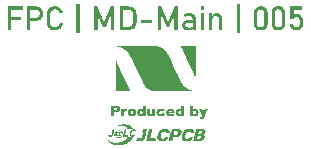
<source format=gbr>
%TF.GenerationSoftware,KiCad,Pcbnew,8.0.1*%
%TF.CreationDate,2024-12-29T01:01:07+09:00*%
%TF.ProjectId,FPC-MD-Main-002-20241229,4650432d-4d44-42d4-9d61-696e2d303032,rev?*%
%TF.SameCoordinates,Original*%
%TF.FileFunction,Legend,Top*%
%TF.FilePolarity,Positive*%
%FSLAX46Y46*%
G04 Gerber Fmt 4.6, Leading zero omitted, Abs format (unit mm)*
G04 Created by KiCad (PCBNEW 8.0.1) date 2024-12-29 01:01:07*
%MOMM*%
%LPD*%
G01*
G04 APERTURE LIST*
G04 Aperture macros list*
%AMRoundRect*
0 Rectangle with rounded corners*
0 $1 Rounding radius*
0 $2 $3 $4 $5 $6 $7 $8 $9 X,Y pos of 4 corners*
0 Add a 4 corners polygon primitive as box body*
4,1,4,$2,$3,$4,$5,$6,$7,$8,$9,$2,$3,0*
0 Add four circle primitives for the rounded corners*
1,1,$1+$1,$2,$3*
1,1,$1+$1,$4,$5*
1,1,$1+$1,$6,$7*
1,1,$1+$1,$8,$9*
0 Add four rect primitives between the rounded corners*
20,1,$1+$1,$2,$3,$4,$5,0*
20,1,$1+$1,$4,$5,$6,$7,0*
20,1,$1+$1,$6,$7,$8,$9,0*
20,1,$1+$1,$8,$9,$2,$3,0*%
G04 Aperture macros list end*
%ADD10C,0.000000*%
%ADD11C,0.100000*%
%ADD12RoundRect,0.000000X-2.000000X0.350000X-2.000000X-0.350000X2.000000X-0.350000X2.000000X0.350000X0*%
G04 APERTURE END LIST*
D10*
G36*
X50812642Y-5392158D02*
G01*
X50846715Y-5392701D01*
X50875158Y-5393499D01*
X50901817Y-5394719D01*
X50926792Y-5396385D01*
X50950184Y-5398522D01*
X50972094Y-5401156D01*
X50992623Y-5404310D01*
X51011871Y-5408010D01*
X51029939Y-5412280D01*
X51046928Y-5417146D01*
X51062940Y-5422632D01*
X51078073Y-5428763D01*
X51092430Y-5435564D01*
X51106111Y-5443059D01*
X51119217Y-5451273D01*
X51131849Y-5460232D01*
X51144107Y-5469960D01*
X51150369Y-5475551D01*
X51156448Y-5481590D01*
X51162338Y-5488047D01*
X51168029Y-5494890D01*
X51178781Y-5509620D01*
X51188639Y-5525539D01*
X51197536Y-5542406D01*
X51205405Y-5559982D01*
X51212180Y-5578026D01*
X51217793Y-5596298D01*
X51222179Y-5614558D01*
X51225270Y-5632565D01*
X51227000Y-5650079D01*
X51227302Y-5666859D01*
X51226896Y-5674900D01*
X51226109Y-5682666D01*
X51224932Y-5690130D01*
X51223356Y-5697259D01*
X51221373Y-5704026D01*
X51218974Y-5710398D01*
X51216152Y-5716348D01*
X51212899Y-5721843D01*
X51206921Y-5730272D01*
X51203959Y-5733717D01*
X51200794Y-5736693D01*
X51197256Y-5739235D01*
X51193179Y-5741377D01*
X51188394Y-5743153D01*
X51182736Y-5744597D01*
X51176035Y-5745744D01*
X51168126Y-5746627D01*
X51158840Y-5747281D01*
X51148009Y-5747739D01*
X51121047Y-5748206D01*
X51085898Y-5748301D01*
X51063165Y-5748159D01*
X51041349Y-5747756D01*
X51020972Y-5747129D01*
X51002555Y-5746317D01*
X50986618Y-5745356D01*
X50973682Y-5744283D01*
X50964269Y-5743136D01*
X50961046Y-5742546D01*
X50958898Y-5741951D01*
X50957053Y-5741174D01*
X50955101Y-5740050D01*
X50953059Y-5738603D01*
X50950944Y-5736858D01*
X50948774Y-5734841D01*
X50946564Y-5732575D01*
X50944333Y-5730086D01*
X50942097Y-5727399D01*
X50939874Y-5724538D01*
X50937680Y-5721529D01*
X50935533Y-5718395D01*
X50933449Y-5715162D01*
X50931446Y-5711855D01*
X50929540Y-5708498D01*
X50927749Y-5705116D01*
X50926090Y-5701735D01*
X50921075Y-5692170D01*
X50915536Y-5683313D01*
X50909445Y-5675150D01*
X50902774Y-5667670D01*
X50895495Y-5660859D01*
X50887581Y-5654705D01*
X50879003Y-5649196D01*
X50869734Y-5644320D01*
X50859745Y-5640064D01*
X50849010Y-5636416D01*
X50837499Y-5633363D01*
X50825185Y-5630892D01*
X50812040Y-5628993D01*
X50798036Y-5627651D01*
X50783145Y-5626856D01*
X50767340Y-5626593D01*
X50751280Y-5627057D01*
X50735999Y-5628071D01*
X50721431Y-5629665D01*
X50707511Y-5631868D01*
X50694174Y-5634710D01*
X50681355Y-5638220D01*
X50668988Y-5642428D01*
X50657009Y-5647363D01*
X50645352Y-5653054D01*
X50633953Y-5659532D01*
X50622746Y-5666824D01*
X50611666Y-5674962D01*
X50600648Y-5683974D01*
X50589627Y-5693890D01*
X50578538Y-5704739D01*
X50567315Y-5716551D01*
X50551998Y-5734090D01*
X50545498Y-5742092D01*
X50539633Y-5749905D01*
X50534302Y-5757775D01*
X50529401Y-5765944D01*
X50524829Y-5774655D01*
X50520484Y-5784152D01*
X50516262Y-5794679D01*
X50512063Y-5806479D01*
X50507782Y-5819794D01*
X50503319Y-5834870D01*
X50493434Y-5871273D01*
X50481590Y-5917635D01*
X50471640Y-5959511D01*
X50464049Y-5997898D01*
X50461155Y-6015818D01*
X50458870Y-6032907D01*
X50457202Y-6049177D01*
X50456157Y-6064644D01*
X50455741Y-6079320D01*
X50455961Y-6093218D01*
X50456824Y-6106353D01*
X50458336Y-6118739D01*
X50460503Y-6130387D01*
X50463333Y-6141314D01*
X50466832Y-6151530D01*
X50471007Y-6161051D01*
X50475863Y-6169890D01*
X50481409Y-6178061D01*
X50487649Y-6185576D01*
X50494592Y-6192450D01*
X50502243Y-6198696D01*
X50510609Y-6204328D01*
X50519697Y-6209359D01*
X50529513Y-6213803D01*
X50540064Y-6217673D01*
X50551356Y-6220983D01*
X50563396Y-6223747D01*
X50576191Y-6225978D01*
X50589747Y-6227689D01*
X50604071Y-6228895D01*
X50619169Y-6229608D01*
X50635048Y-6229843D01*
X50657127Y-6229270D01*
X50666979Y-6228822D01*
X50676142Y-6228239D01*
X50684690Y-6227501D01*
X50692701Y-6226587D01*
X50700249Y-6225479D01*
X50707412Y-6224154D01*
X50714265Y-6222595D01*
X50720883Y-6220779D01*
X50727343Y-6218687D01*
X50733721Y-6216300D01*
X50740093Y-6213596D01*
X50746535Y-6210555D01*
X50753123Y-6207158D01*
X50759932Y-6203385D01*
X50764442Y-6200807D01*
X50768830Y-6198244D01*
X50773073Y-6195708D01*
X50777146Y-6193215D01*
X50781027Y-6190777D01*
X50784693Y-6188409D01*
X50788120Y-6186124D01*
X50791285Y-6183938D01*
X50794164Y-6181863D01*
X50796736Y-6179913D01*
X50798975Y-6178103D01*
X50800859Y-6176447D01*
X50802365Y-6174958D01*
X50802969Y-6174280D01*
X50803470Y-6173650D01*
X50803864Y-6173069D01*
X50804150Y-6172538D01*
X50804323Y-6172059D01*
X50804382Y-6171635D01*
X50804540Y-6170869D01*
X50805006Y-6169776D01*
X50805763Y-6168377D01*
X50806796Y-6166690D01*
X50809628Y-6162538D01*
X50813378Y-6157479D01*
X50817921Y-6151677D01*
X50823134Y-6145292D01*
X50828893Y-6138485D01*
X50835073Y-6131418D01*
X50845760Y-6120239D01*
X50850491Y-6115717D01*
X50855082Y-6111839D01*
X50859736Y-6108556D01*
X50864653Y-6105820D01*
X50870035Y-6103579D01*
X50876084Y-6101785D01*
X50883001Y-6100387D01*
X50890987Y-6099337D01*
X50900245Y-6098585D01*
X50910976Y-6098081D01*
X50937661Y-6097618D01*
X50972656Y-6097551D01*
X50993922Y-6097606D01*
X51012950Y-6097791D01*
X51029860Y-6098137D01*
X51037558Y-6098381D01*
X51044772Y-6098676D01*
X51051516Y-6099027D01*
X51057805Y-6099438D01*
X51063654Y-6099912D01*
X51069079Y-6100454D01*
X51074093Y-6101067D01*
X51078712Y-6101755D01*
X51082951Y-6102522D01*
X51086824Y-6103372D01*
X51090348Y-6104309D01*
X51093535Y-6105337D01*
X51096403Y-6106459D01*
X51098964Y-6107680D01*
X51101235Y-6109003D01*
X51103230Y-6110432D01*
X51104965Y-6111972D01*
X51106453Y-6113625D01*
X51107711Y-6115396D01*
X51108752Y-6117289D01*
X51109592Y-6119307D01*
X51110246Y-6121455D01*
X51110729Y-6123736D01*
X51111055Y-6126154D01*
X51111240Y-6128714D01*
X51111298Y-6131418D01*
X51110679Y-6139730D01*
X51108872Y-6149102D01*
X51105955Y-6159400D01*
X51102005Y-6170494D01*
X51097100Y-6182251D01*
X51091318Y-6194540D01*
X51084736Y-6207229D01*
X51077432Y-6220186D01*
X51069482Y-6233279D01*
X51060966Y-6246377D01*
X51051959Y-6259348D01*
X51042540Y-6272061D01*
X51032786Y-6284382D01*
X51022775Y-6296181D01*
X51012584Y-6307326D01*
X51002290Y-6317685D01*
X50982074Y-6335672D01*
X50961457Y-6352345D01*
X50940364Y-6367728D01*
X50918715Y-6381846D01*
X50896433Y-6394724D01*
X50873442Y-6406386D01*
X50849663Y-6416858D01*
X50825019Y-6426164D01*
X50799433Y-6434329D01*
X50772826Y-6441377D01*
X50745122Y-6447335D01*
X50716242Y-6452225D01*
X50686110Y-6456074D01*
X50654648Y-6458906D01*
X50621778Y-6460746D01*
X50587423Y-6461618D01*
X50555350Y-6461365D01*
X50524957Y-6460190D01*
X50496164Y-6458062D01*
X50468890Y-6454954D01*
X50443055Y-6450834D01*
X50418578Y-6445675D01*
X50395378Y-6439445D01*
X50373375Y-6432117D01*
X50362798Y-6428031D01*
X50352489Y-6423660D01*
X50342439Y-6418999D01*
X50332638Y-6414045D01*
X50323076Y-6408794D01*
X50313742Y-6403242D01*
X50304627Y-6397386D01*
X50295720Y-6391222D01*
X50287012Y-6384747D01*
X50278492Y-6377956D01*
X50261978Y-6363414D01*
X50246096Y-6347567D01*
X50230765Y-6330385D01*
X50222680Y-6320452D01*
X50215099Y-6310111D01*
X50208029Y-6299373D01*
X50201479Y-6288250D01*
X50195456Y-6276755D01*
X50189968Y-6264900D01*
X50185022Y-6252698D01*
X50180627Y-6240162D01*
X50176789Y-6227303D01*
X50173518Y-6214133D01*
X50170820Y-6200666D01*
X50168704Y-6186914D01*
X50167177Y-6172889D01*
X50166246Y-6158604D01*
X50165920Y-6144070D01*
X50166207Y-6129301D01*
X50167361Y-6110952D01*
X50169938Y-6088818D01*
X50178791Y-6035424D01*
X50191638Y-5973571D01*
X50207349Y-5907713D01*
X50224797Y-5842301D01*
X50242853Y-5781788D01*
X50260388Y-5730626D01*
X50268607Y-5709943D01*
X50276273Y-5693268D01*
X50289619Y-5669140D01*
X50304954Y-5645256D01*
X50322133Y-5621735D01*
X50341014Y-5598696D01*
X50361450Y-5576258D01*
X50383300Y-5554542D01*
X50406417Y-5533665D01*
X50430658Y-5513748D01*
X50455879Y-5494910D01*
X50481935Y-5477271D01*
X50508683Y-5460949D01*
X50535979Y-5446064D01*
X50563677Y-5432736D01*
X50591634Y-5421084D01*
X50619706Y-5411227D01*
X50647749Y-5403285D01*
X50663070Y-5400008D01*
X50681218Y-5397315D01*
X50702145Y-5395192D01*
X50725800Y-5393627D01*
X50752135Y-5392608D01*
X50781098Y-5392123D01*
X50812642Y-5392158D01*
G37*
G36*
X52941213Y-5389497D02*
G01*
X52966980Y-5390574D01*
X52991775Y-5392205D01*
X53015262Y-5394395D01*
X53037103Y-5397145D01*
X53056964Y-5400461D01*
X53074507Y-5404343D01*
X53100837Y-5411846D01*
X53125458Y-5420466D01*
X53148370Y-5430202D01*
X53159185Y-5435488D01*
X53169575Y-5441054D01*
X53179538Y-5446899D01*
X53189075Y-5453022D01*
X53198186Y-5459425D01*
X53206871Y-5466107D01*
X53215130Y-5473067D01*
X53222965Y-5480307D01*
X53230374Y-5487826D01*
X53237358Y-5495624D01*
X53243917Y-5503701D01*
X53250052Y-5512057D01*
X53255762Y-5520692D01*
X53261048Y-5529607D01*
X53265911Y-5538800D01*
X53270349Y-5548272D01*
X53274364Y-5558024D01*
X53277955Y-5568054D01*
X53281123Y-5578363D01*
X53283868Y-5588952D01*
X53286190Y-5599819D01*
X53288090Y-5610966D01*
X53289567Y-5622392D01*
X53290622Y-5634096D01*
X53291465Y-5658343D01*
X53291404Y-5665059D01*
X53291223Y-5671690D01*
X53290928Y-5678200D01*
X53290523Y-5684553D01*
X53290012Y-5690714D01*
X53289400Y-5696648D01*
X53288692Y-5702317D01*
X53287893Y-5707688D01*
X53287007Y-5712723D01*
X53286039Y-5717388D01*
X53284993Y-5721647D01*
X53283875Y-5725464D01*
X53282688Y-5728804D01*
X53281438Y-5731631D01*
X53280790Y-5732840D01*
X53280128Y-5733908D01*
X53279453Y-5734830D01*
X53278765Y-5735601D01*
X53276756Y-5737139D01*
X53273905Y-5738578D01*
X53270214Y-5739917D01*
X53265685Y-5741158D01*
X53260318Y-5742299D01*
X53254115Y-5743340D01*
X53239210Y-5745126D01*
X53220980Y-5746515D01*
X53199440Y-5747508D01*
X53174600Y-5748103D01*
X53146473Y-5748301D01*
X53026882Y-5748301D01*
X53000423Y-5705968D01*
X52993570Y-5695670D01*
X52986473Y-5686192D01*
X52979087Y-5677512D01*
X52971369Y-5669604D01*
X52963272Y-5662447D01*
X52954752Y-5656018D01*
X52945764Y-5650292D01*
X52936262Y-5645246D01*
X52926203Y-5640858D01*
X52915540Y-5637104D01*
X52904229Y-5633961D01*
X52892226Y-5631405D01*
X52879484Y-5629414D01*
X52865959Y-5627963D01*
X52851607Y-5627031D01*
X52836382Y-5626593D01*
X52823710Y-5626838D01*
X52811293Y-5627572D01*
X52799133Y-5628795D01*
X52787229Y-5630506D01*
X52775584Y-5632705D01*
X52764198Y-5635390D01*
X52753072Y-5638562D01*
X52742207Y-5642220D01*
X52731604Y-5646363D01*
X52721263Y-5650991D01*
X52711187Y-5656103D01*
X52701376Y-5661698D01*
X52691831Y-5667776D01*
X52682552Y-5674337D01*
X52673541Y-5681379D01*
X52664799Y-5688902D01*
X52656327Y-5696906D01*
X52648126Y-5705391D01*
X52640196Y-5714354D01*
X52632539Y-5723796D01*
X52625155Y-5733717D01*
X52618046Y-5744115D01*
X52604656Y-5766343D01*
X52592376Y-5790474D01*
X52581214Y-5816504D01*
X52571177Y-5844429D01*
X52562274Y-5874243D01*
X52553183Y-5908842D01*
X52545361Y-5940893D01*
X52538810Y-5970526D01*
X52533533Y-5997870D01*
X52529534Y-6023056D01*
X52528014Y-6034880D01*
X52526815Y-6046214D01*
X52525937Y-6057073D01*
X52525380Y-6067475D01*
X52525145Y-6077434D01*
X52525232Y-6086968D01*
X52525641Y-6096093D01*
X52526373Y-6104824D01*
X52527429Y-6113179D01*
X52528808Y-6121174D01*
X52530511Y-6128824D01*
X52532538Y-6136146D01*
X52534891Y-6143157D01*
X52537568Y-6149873D01*
X52540571Y-6156309D01*
X52543900Y-6162483D01*
X52547555Y-6168410D01*
X52551537Y-6174107D01*
X52555846Y-6179590D01*
X52560483Y-6184875D01*
X52565447Y-6189979D01*
X52570740Y-6194918D01*
X52578789Y-6201378D01*
X52587808Y-6207260D01*
X52597722Y-6212556D01*
X52608460Y-6217259D01*
X52619948Y-6221359D01*
X52632113Y-6224851D01*
X52644883Y-6227726D01*
X52658185Y-6229975D01*
X52671946Y-6231592D01*
X52686092Y-6232569D01*
X52700552Y-6232898D01*
X52715252Y-6232571D01*
X52730120Y-6231581D01*
X52745082Y-6229919D01*
X52760066Y-6227579D01*
X52774998Y-6224551D01*
X52783420Y-6222534D01*
X52791274Y-6220421D01*
X52798639Y-6218166D01*
X52805591Y-6215721D01*
X52812208Y-6213040D01*
X52818568Y-6210078D01*
X52824748Y-6206787D01*
X52830826Y-6203120D01*
X52836878Y-6199032D01*
X52842984Y-6194476D01*
X52849220Y-6189405D01*
X52855663Y-6183772D01*
X52862392Y-6177532D01*
X52869484Y-6170638D01*
X52877016Y-6163043D01*
X52885065Y-6154701D01*
X52939040Y-6097551D01*
X53043815Y-6097551D01*
X53069325Y-6097752D01*
X53080983Y-6098005D01*
X53091920Y-6098362D01*
X53102144Y-6098824D01*
X53111662Y-6099393D01*
X53120483Y-6100071D01*
X53128614Y-6100859D01*
X53136063Y-6101758D01*
X53142837Y-6102771D01*
X53148945Y-6103898D01*
X53154394Y-6105142D01*
X53159192Y-6106503D01*
X53163347Y-6107984D01*
X53166866Y-6109585D01*
X53169757Y-6111310D01*
X53172920Y-6113778D01*
X53175662Y-6116076D01*
X53177986Y-6118281D01*
X53179894Y-6120471D01*
X53180691Y-6121584D01*
X53181385Y-6122722D01*
X53181976Y-6123896D01*
X53182463Y-6125113D01*
X53182847Y-6126386D01*
X53183128Y-6127722D01*
X53183307Y-6129131D01*
X53183383Y-6130624D01*
X53183228Y-6133899D01*
X53182666Y-6137623D01*
X53181697Y-6141875D01*
X53180324Y-6146731D01*
X53178547Y-6152269D01*
X53176370Y-6158567D01*
X53170816Y-6173751D01*
X53162121Y-6194253D01*
X53151962Y-6214439D01*
X53140410Y-6234241D01*
X53127540Y-6253589D01*
X53113422Y-6272417D01*
X53098131Y-6290656D01*
X53081740Y-6308237D01*
X53064321Y-6325093D01*
X53045946Y-6341155D01*
X53026690Y-6356355D01*
X53006624Y-6370625D01*
X52985822Y-6383897D01*
X52964356Y-6396102D01*
X52942300Y-6407172D01*
X52919726Y-6417039D01*
X52896707Y-6425635D01*
X52881588Y-6430128D01*
X52863667Y-6434796D01*
X52843612Y-6439513D01*
X52822094Y-6444156D01*
X52799783Y-6448600D01*
X52777347Y-6452721D01*
X52755457Y-6456397D01*
X52734782Y-6459501D01*
X52708722Y-6462232D01*
X52683140Y-6464081D01*
X52658056Y-6465059D01*
X52633490Y-6465180D01*
X52609461Y-6464452D01*
X52585989Y-6462889D01*
X52563093Y-6460502D01*
X52540793Y-6457302D01*
X52519108Y-6453300D01*
X52498059Y-6448508D01*
X52477664Y-6442938D01*
X52457943Y-6436600D01*
X52438916Y-6429507D01*
X52420602Y-6421669D01*
X52403021Y-6413099D01*
X52386193Y-6403807D01*
X52370137Y-6393804D01*
X52354872Y-6383104D01*
X52340419Y-6371716D01*
X52326796Y-6359652D01*
X52314024Y-6346924D01*
X52302121Y-6333543D01*
X52291108Y-6319521D01*
X52281005Y-6304869D01*
X52271829Y-6289598D01*
X52263602Y-6273720D01*
X52256343Y-6257246D01*
X52250071Y-6240189D01*
X52244806Y-6222558D01*
X52240568Y-6204366D01*
X52237375Y-6185624D01*
X52235248Y-6166343D01*
X52234963Y-6148145D01*
X52236385Y-6125339D01*
X52239364Y-6098573D01*
X52243748Y-6068497D01*
X52256122Y-6001014D01*
X52272290Y-5928086D01*
X52291038Y-5854910D01*
X52311151Y-5786682D01*
X52321339Y-5756048D01*
X52331412Y-5728600D01*
X52341219Y-5704987D01*
X52350607Y-5685860D01*
X52364390Y-5661607D01*
X52379513Y-5638090D01*
X52395925Y-5615348D01*
X52413578Y-5593421D01*
X52432421Y-5572350D01*
X52452405Y-5552175D01*
X52473481Y-5532936D01*
X52495598Y-5514674D01*
X52518708Y-5497429D01*
X52542760Y-5481242D01*
X52567706Y-5466152D01*
X52593494Y-5452199D01*
X52620077Y-5439426D01*
X52647403Y-5427870D01*
X52675424Y-5417574D01*
X52704090Y-5408576D01*
X52721075Y-5404273D01*
X52740452Y-5400494D01*
X52761884Y-5397242D01*
X52785036Y-5394520D01*
X52809571Y-5392332D01*
X52835152Y-5390680D01*
X52888108Y-5388997D01*
X52941213Y-5389497D01*
G37*
G36*
X49185188Y-5400050D02*
G01*
X49240512Y-5402772D01*
X49263106Y-5404596D01*
X49281078Y-5406710D01*
X49293498Y-5409100D01*
X49297334Y-5410394D01*
X49299432Y-5411751D01*
X49301082Y-5415368D01*
X49302016Y-5420892D01*
X49301449Y-5439036D01*
X49297162Y-5468938D01*
X49288584Y-5513351D01*
X49256272Y-5656722D01*
X49199948Y-5891176D01*
X49188920Y-5935960D01*
X49178399Y-5977193D01*
X49168297Y-6015092D01*
X49158525Y-6049877D01*
X49148994Y-6081765D01*
X49139617Y-6110977D01*
X49130305Y-6137730D01*
X49120970Y-6162242D01*
X49111524Y-6184733D01*
X49101877Y-6205421D01*
X49091942Y-6224524D01*
X49081630Y-6242262D01*
X49070853Y-6258852D01*
X49059523Y-6274514D01*
X49047551Y-6289466D01*
X49034849Y-6303926D01*
X49011572Y-6327776D01*
X48986994Y-6349712D01*
X48961130Y-6369732D01*
X48933993Y-6387832D01*
X48905597Y-6404011D01*
X48875956Y-6418264D01*
X48845084Y-6430588D01*
X48812995Y-6440981D01*
X48779704Y-6449438D01*
X48745223Y-6455958D01*
X48709567Y-6460537D01*
X48672750Y-6463172D01*
X48634785Y-6463860D01*
X48595688Y-6462598D01*
X48555471Y-6459382D01*
X48514149Y-6454210D01*
X48493044Y-6450553D01*
X48472906Y-6446785D01*
X48454208Y-6442992D01*
X48437419Y-6439261D01*
X48423012Y-6435678D01*
X48416848Y-6433970D01*
X48411457Y-6432332D01*
X48406897Y-6430774D01*
X48403226Y-6429308D01*
X48400504Y-6427944D01*
X48399517Y-6427304D01*
X48398790Y-6426693D01*
X48397662Y-6424878D01*
X48396849Y-6422055D01*
X48396109Y-6413652D01*
X48396458Y-6402008D01*
X48397781Y-6387650D01*
X48399967Y-6371103D01*
X48402901Y-6352893D01*
X48410564Y-6313584D01*
X48419864Y-6273927D01*
X48424845Y-6255282D01*
X48429895Y-6238128D01*
X48434902Y-6222988D01*
X48439753Y-6210390D01*
X48444334Y-6200858D01*
X48446488Y-6197406D01*
X48448532Y-6194918D01*
X48450409Y-6193232D01*
X48452486Y-6191745D01*
X48454789Y-6190460D01*
X48457346Y-6189378D01*
X48460181Y-6188501D01*
X48463321Y-6187830D01*
X48466794Y-6187367D01*
X48470624Y-6187113D01*
X48474839Y-6187070D01*
X48479465Y-6187239D01*
X48484528Y-6187622D01*
X48490055Y-6188221D01*
X48496071Y-6189036D01*
X48502604Y-6190071D01*
X48517323Y-6192801D01*
X48530528Y-6194775D01*
X48545965Y-6196687D01*
X48563088Y-6198475D01*
X48581353Y-6200077D01*
X48600212Y-6201431D01*
X48619122Y-6202475D01*
X48637535Y-6203147D01*
X48654907Y-6203385D01*
X48675072Y-6203069D01*
X48693941Y-6202099D01*
X48711582Y-6200441D01*
X48719964Y-6199343D01*
X48728064Y-6198060D01*
X48735891Y-6196588D01*
X48743454Y-6194923D01*
X48750761Y-6193060D01*
X48757821Y-6190995D01*
X48764642Y-6188724D01*
X48771233Y-6186242D01*
X48777603Y-6183546D01*
X48783759Y-6180630D01*
X48789710Y-6177492D01*
X48795465Y-6174126D01*
X48801033Y-6170528D01*
X48806422Y-6166694D01*
X48811640Y-6162620D01*
X48816696Y-6158302D01*
X48821599Y-6153734D01*
X48826357Y-6148914D01*
X48830978Y-6143836D01*
X48835471Y-6138496D01*
X48839845Y-6132891D01*
X48844109Y-6127015D01*
X48848270Y-6120865D01*
X48852337Y-6114437D01*
X48856318Y-6107725D01*
X48860224Y-6100726D01*
X48866983Y-6085956D01*
X48874807Y-6065266D01*
X48892751Y-6009726D01*
X48912257Y-5941313D01*
X48931529Y-5867232D01*
X48948766Y-5794688D01*
X48962171Y-5730888D01*
X48966874Y-5704519D01*
X48969945Y-5683038D01*
X48971159Y-5667346D01*
X48970290Y-5658343D01*
X48969387Y-5656720D01*
X48968273Y-5655036D01*
X48966960Y-5653301D01*
X48965462Y-5651530D01*
X48963789Y-5649734D01*
X48961956Y-5647925D01*
X48959973Y-5646116D01*
X48957855Y-5644320D01*
X48955612Y-5642549D01*
X48953258Y-5640814D01*
X48950804Y-5639130D01*
X48948264Y-5637507D01*
X48945649Y-5635959D01*
X48942972Y-5634497D01*
X48940245Y-5633135D01*
X48937482Y-5631885D01*
X48934893Y-5630857D01*
X48932298Y-5629762D01*
X48929715Y-5628608D01*
X48927163Y-5627403D01*
X48924661Y-5626155D01*
X48922227Y-5624871D01*
X48919880Y-5623559D01*
X48917638Y-5622227D01*
X48915520Y-5620883D01*
X48913545Y-5619534D01*
X48911731Y-5618188D01*
X48910097Y-5616853D01*
X48908662Y-5615537D01*
X48907443Y-5614246D01*
X48906921Y-5613614D01*
X48906460Y-5612990D01*
X48906063Y-5612378D01*
X48905732Y-5611776D01*
X48905258Y-5610409D01*
X48905021Y-5608134D01*
X48905207Y-5601092D01*
X48906192Y-5591119D01*
X48907881Y-5578687D01*
X48912987Y-5548320D01*
X48919755Y-5513748D01*
X48927415Y-5478730D01*
X48935200Y-5447024D01*
X48942339Y-5422386D01*
X48945427Y-5413893D01*
X48948065Y-5408576D01*
X48949875Y-5407147D01*
X48953441Y-5405833D01*
X48965377Y-5403547D01*
X48982940Y-5401705D01*
X49005198Y-5400292D01*
X49060077Y-5398698D01*
X49122558Y-5398654D01*
X49185188Y-5400050D01*
G37*
G36*
X48196119Y-5442840D02*
G01*
X48209286Y-5443131D01*
X48222276Y-5443706D01*
X48234912Y-5444563D01*
X48247018Y-5445701D01*
X48258418Y-5447117D01*
X48268933Y-5448812D01*
X48278389Y-5450782D01*
X48286607Y-5453026D01*
X48290508Y-5454524D01*
X48294646Y-5456228D01*
X48303490Y-5460187D01*
X48312856Y-5464765D01*
X48322458Y-5469827D01*
X48332010Y-5475237D01*
X48341227Y-5480857D01*
X48345620Y-5483704D01*
X48349824Y-5486552D01*
X48353800Y-5489385D01*
X48357515Y-5492185D01*
X48393498Y-5517585D01*
X48353282Y-5558860D01*
X48349119Y-5563160D01*
X48344980Y-5567318D01*
X48340892Y-5571315D01*
X48336878Y-5575132D01*
X48332963Y-5578750D01*
X48329172Y-5582151D01*
X48325529Y-5585317D01*
X48322061Y-5588228D01*
X48318791Y-5590867D01*
X48315744Y-5593214D01*
X48312945Y-5595251D01*
X48310419Y-5596960D01*
X48308191Y-5598321D01*
X48306285Y-5599316D01*
X48305461Y-5599671D01*
X48304726Y-5599927D01*
X48304085Y-5600082D01*
X48303540Y-5600135D01*
X48302427Y-5600025D01*
X48301082Y-5599703D01*
X48299524Y-5599179D01*
X48297769Y-5598464D01*
X48295834Y-5597570D01*
X48293736Y-5596507D01*
X48291492Y-5595286D01*
X48289120Y-5593917D01*
X48284058Y-5590781D01*
X48278686Y-5587187D01*
X48273140Y-5583220D01*
X48267557Y-5578968D01*
X48264052Y-5576373D01*
X48260294Y-5573945D01*
X48252068Y-5569592D01*
X48242984Y-5565908D01*
X48233144Y-5562895D01*
X48222654Y-5560550D01*
X48211616Y-5558876D01*
X48200135Y-5557872D01*
X48188314Y-5557537D01*
X48176258Y-5557872D01*
X48164070Y-5558876D01*
X48151854Y-5560550D01*
X48139713Y-5562895D01*
X48127753Y-5565908D01*
X48116077Y-5569592D01*
X48104788Y-5573945D01*
X48093990Y-5578968D01*
X48079240Y-5587483D01*
X48065186Y-5597478D01*
X48051879Y-5608848D01*
X48039370Y-5621483D01*
X48027711Y-5635279D01*
X48016953Y-5650126D01*
X48007147Y-5665920D01*
X47998343Y-5682552D01*
X47990594Y-5699916D01*
X47983950Y-5717905D01*
X47978463Y-5736412D01*
X47974183Y-5755329D01*
X47971163Y-5774551D01*
X47969452Y-5793969D01*
X47969102Y-5813477D01*
X47970165Y-5832968D01*
X47971527Y-5843658D01*
X47973421Y-5853896D01*
X47975832Y-5863676D01*
X47978747Y-5872992D01*
X47982153Y-5881840D01*
X47986034Y-5890213D01*
X47990377Y-5898106D01*
X47995168Y-5905513D01*
X48000393Y-5912429D01*
X48006039Y-5918848D01*
X48012090Y-5924764D01*
X48018534Y-5930171D01*
X48025356Y-5935065D01*
X48032543Y-5939439D01*
X48040079Y-5943288D01*
X48047953Y-5946607D01*
X48056148Y-5949388D01*
X48064652Y-5951628D01*
X48073451Y-5953320D01*
X48082530Y-5954459D01*
X48091876Y-5955039D01*
X48101475Y-5955055D01*
X48111312Y-5954500D01*
X48121374Y-5953370D01*
X48131647Y-5951658D01*
X48142117Y-5949360D01*
X48152770Y-5946468D01*
X48163592Y-5942979D01*
X48174569Y-5938886D01*
X48185687Y-5934183D01*
X48196932Y-5928865D01*
X48208290Y-5922926D01*
X48253798Y-5898585D01*
X48285548Y-5936685D01*
X48289344Y-5941348D01*
X48292795Y-5945811D01*
X48295906Y-5950072D01*
X48298678Y-5954131D01*
X48301116Y-5957984D01*
X48303222Y-5961632D01*
X48304151Y-5963378D01*
X48304999Y-5965072D01*
X48305765Y-5966713D01*
X48306450Y-5968302D01*
X48307055Y-5969839D01*
X48307580Y-5971322D01*
X48308024Y-5972752D01*
X48308389Y-5974129D01*
X48308675Y-5975453D01*
X48308883Y-5976723D01*
X48309012Y-5977939D01*
X48309063Y-5979101D01*
X48309037Y-5980208D01*
X48308933Y-5981261D01*
X48308753Y-5982260D01*
X48308497Y-5983204D01*
X48308164Y-5984092D01*
X48307756Y-5984926D01*
X48307273Y-5985704D01*
X48306715Y-5986426D01*
X48301941Y-5991375D01*
X48295662Y-5996648D01*
X48288035Y-6002172D01*
X48279215Y-6007874D01*
X48269359Y-6013682D01*
X48258625Y-6019522D01*
X48247168Y-6025322D01*
X48235145Y-6031009D01*
X48222713Y-6036509D01*
X48210028Y-6041751D01*
X48197248Y-6046661D01*
X48184527Y-6051167D01*
X48172024Y-6055195D01*
X48159894Y-6058672D01*
X48148295Y-6061526D01*
X48137382Y-6063685D01*
X48124715Y-6065735D01*
X48112123Y-6067326D01*
X48099618Y-6068462D01*
X48087214Y-6069150D01*
X48074923Y-6069394D01*
X48062758Y-6069201D01*
X48050732Y-6068574D01*
X48038858Y-6067521D01*
X48027147Y-6066046D01*
X48015614Y-6064155D01*
X48004271Y-6061853D01*
X47993130Y-6059145D01*
X47982205Y-6056038D01*
X47971508Y-6052536D01*
X47961052Y-6048645D01*
X47950851Y-6044370D01*
X47940915Y-6039717D01*
X47931259Y-6034691D01*
X47921896Y-6029298D01*
X47912837Y-6023542D01*
X47904097Y-6017431D01*
X47895686Y-6010967D01*
X47887620Y-6004159D01*
X47879909Y-5997010D01*
X47872567Y-5989526D01*
X47865608Y-5981712D01*
X47859042Y-5973575D01*
X47852884Y-5965119D01*
X47847147Y-5956350D01*
X47841842Y-5947273D01*
X47836982Y-5937894D01*
X47832582Y-5928218D01*
X47828724Y-5917288D01*
X47825481Y-5905222D01*
X47822850Y-5892148D01*
X47820824Y-5878195D01*
X47819400Y-5863492D01*
X47818573Y-5848167D01*
X47818338Y-5832349D01*
X47818691Y-5816167D01*
X47819627Y-5799749D01*
X47821141Y-5783224D01*
X47823228Y-5766721D01*
X47825884Y-5750368D01*
X47829105Y-5734295D01*
X47832886Y-5718629D01*
X47837221Y-5703499D01*
X47842107Y-5689035D01*
X47850240Y-5669675D01*
X47859898Y-5650544D01*
X47870991Y-5631720D01*
X47883431Y-5613281D01*
X47897131Y-5595308D01*
X47912000Y-5577879D01*
X47927952Y-5561073D01*
X47944897Y-5544969D01*
X47962748Y-5529647D01*
X47981416Y-5515185D01*
X48000813Y-5501662D01*
X48020849Y-5489158D01*
X48041438Y-5477752D01*
X48062490Y-5467523D01*
X48083918Y-5458549D01*
X48105632Y-5450910D01*
X48113850Y-5448875D01*
X48123305Y-5447137D01*
X48133821Y-5445694D01*
X48145220Y-5444543D01*
X48157326Y-5443684D01*
X48169963Y-5443115D01*
X48182953Y-5442834D01*
X48196119Y-5442840D01*
G37*
G36*
X49563326Y-3895744D02*
G01*
X49563373Y-3939397D01*
X49563590Y-3977778D01*
X49564091Y-4011227D01*
X49564987Y-4040083D01*
X49565618Y-4052893D01*
X49566391Y-4064683D01*
X49567320Y-4075493D01*
X49568418Y-4085367D01*
X49569699Y-4094346D01*
X49571179Y-4102473D01*
X49572870Y-4109790D01*
X49574787Y-4116341D01*
X49576944Y-4122166D01*
X49579355Y-4127308D01*
X49582035Y-4131810D01*
X49584997Y-4135714D01*
X49588256Y-4139062D01*
X49591825Y-4141898D01*
X49595720Y-4144262D01*
X49599953Y-4146197D01*
X49604539Y-4147746D01*
X49609492Y-4148952D01*
X49614826Y-4149855D01*
X49620556Y-4150500D01*
X49626695Y-4150927D01*
X49633258Y-4151180D01*
X49647710Y-4151332D01*
X49651632Y-4151256D01*
X49655487Y-4151029D01*
X49659272Y-4150652D01*
X49662987Y-4150126D01*
X49666631Y-4149452D01*
X49670203Y-4148631D01*
X49673700Y-4147664D01*
X49677123Y-4146552D01*
X49680470Y-4145297D01*
X49683740Y-4143898D01*
X49686931Y-4142358D01*
X49690042Y-4140677D01*
X49693073Y-4138857D01*
X49696021Y-4136898D01*
X49698887Y-4134801D01*
X49701668Y-4132568D01*
X49704363Y-4130200D01*
X49706972Y-4127697D01*
X49709493Y-4125060D01*
X49711924Y-4122291D01*
X49714266Y-4119391D01*
X49716515Y-4116361D01*
X49718672Y-4113201D01*
X49720735Y-4109913D01*
X49722703Y-4106498D01*
X49724575Y-4102956D01*
X49728025Y-4095499D01*
X49731076Y-4087551D01*
X49733718Y-4079118D01*
X49735231Y-4069597D01*
X49736697Y-4053762D01*
X49738068Y-4032450D01*
X49739296Y-4006499D01*
X49741134Y-3944022D01*
X49741831Y-3873025D01*
X49741831Y-3696954D01*
X49985248Y-3696954D01*
X49985248Y-4329837D01*
X49758059Y-4329837D01*
X49758059Y-4229225D01*
X49719924Y-4266549D01*
X49709628Y-4276212D01*
X49699403Y-4285132D01*
X49689204Y-4293324D01*
X49678987Y-4300805D01*
X49668708Y-4307592D01*
X49658323Y-4313701D01*
X49647789Y-4319150D01*
X49637061Y-4323955D01*
X49626095Y-4328132D01*
X49614847Y-4331698D01*
X49603274Y-4334669D01*
X49591331Y-4337064D01*
X49578975Y-4338897D01*
X49566161Y-4340186D01*
X49552845Y-4340947D01*
X49538984Y-4341197D01*
X49524975Y-4341120D01*
X49511538Y-4340580D01*
X49498655Y-4339572D01*
X49486307Y-4338091D01*
X49474478Y-4336128D01*
X49463149Y-4333680D01*
X49452303Y-4330740D01*
X49441922Y-4327302D01*
X49431987Y-4323359D01*
X49422482Y-4318907D01*
X49413388Y-4313939D01*
X49404687Y-4308449D01*
X49396361Y-4302432D01*
X49388394Y-4295881D01*
X49380766Y-4288790D01*
X49373461Y-4281154D01*
X49364837Y-4271165D01*
X49357182Y-4261334D01*
X49350441Y-4251286D01*
X49344555Y-4240648D01*
X49339468Y-4229045D01*
X49335123Y-4216102D01*
X49331462Y-4201445D01*
X49328429Y-4184700D01*
X49325966Y-4165492D01*
X49324017Y-4143448D01*
X49321431Y-4089349D01*
X49320213Y-4019410D01*
X49319909Y-3930634D01*
X49319909Y-3696954D01*
X49563326Y-3696954D01*
X49563326Y-3895744D01*
G37*
G36*
X53408270Y273875D02*
G01*
X53407890Y-414069D01*
X53407080Y-815635D01*
X53406421Y-931278D01*
X53405542Y-1002029D01*
X53404407Y-1036787D01*
X53403732Y-1043452D01*
X53403366Y-1044592D01*
X53402979Y-1044456D01*
X53198368Y-607364D01*
X52857232Y124650D01*
X52442718Y1013650D01*
X52233168Y1462736D01*
X52208567Y1515372D01*
X52188497Y1558648D01*
X52174976Y1588099D01*
X52170021Y1599261D01*
X52351922Y1600540D01*
X52789145Y1601024D01*
X53408270Y1601024D01*
X53408270Y273875D01*
G37*
G36*
X49173859Y-4329837D02*
G01*
X48946670Y-4329837D01*
X48946670Y-4238150D01*
X48906101Y-4276286D01*
X48893100Y-4287906D01*
X48879953Y-4298429D01*
X48866643Y-4307861D01*
X48853158Y-4316208D01*
X48839482Y-4323476D01*
X48825602Y-4329671D01*
X48811504Y-4334798D01*
X48797172Y-4338864D01*
X48782593Y-4341874D01*
X48767753Y-4343835D01*
X48752637Y-4344753D01*
X48737231Y-4344632D01*
X48721520Y-4343481D01*
X48705492Y-4341303D01*
X48689130Y-4338105D01*
X48672421Y-4333894D01*
X48659955Y-4329947D01*
X48647816Y-4325268D01*
X48636016Y-4319877D01*
X48624562Y-4313795D01*
X48613465Y-4307040D01*
X48602734Y-4299633D01*
X48592378Y-4291594D01*
X48582408Y-4282942D01*
X48563660Y-4263877D01*
X48546567Y-4242599D01*
X48531205Y-4219264D01*
X48517649Y-4194031D01*
X48505975Y-4167058D01*
X48496261Y-4138503D01*
X48488581Y-4108524D01*
X48483012Y-4077280D01*
X48479631Y-4044927D01*
X48478643Y-4015525D01*
X48718974Y-4015525D01*
X48719654Y-4033763D01*
X48721613Y-4051716D01*
X48724849Y-4069130D01*
X48729358Y-4085749D01*
X48732088Y-4093680D01*
X48735136Y-4101317D01*
X48738500Y-4108627D01*
X48742180Y-4115578D01*
X48746175Y-4122139D01*
X48750486Y-4128278D01*
X48755111Y-4133963D01*
X48760051Y-4139161D01*
X48764394Y-4143100D01*
X48768895Y-4146704D01*
X48773540Y-4149976D01*
X48778315Y-4152918D01*
X48783208Y-4155532D01*
X48788204Y-4157822D01*
X48793290Y-4159789D01*
X48798453Y-4161436D01*
X48803678Y-4162766D01*
X48808953Y-4163781D01*
X48814264Y-4164483D01*
X48819598Y-4164876D01*
X48824940Y-4164962D01*
X48830278Y-4164743D01*
X48835598Y-4164222D01*
X48840886Y-4163401D01*
X48846129Y-4162283D01*
X48851313Y-4160870D01*
X48856425Y-4159166D01*
X48861451Y-4157171D01*
X48866378Y-4154890D01*
X48871192Y-4152324D01*
X48875880Y-4149476D01*
X48880428Y-4146349D01*
X48884823Y-4142945D01*
X48889051Y-4139266D01*
X48893099Y-4135316D01*
X48896952Y-4131096D01*
X48900599Y-4126609D01*
X48904024Y-4121858D01*
X48907215Y-4116846D01*
X48910158Y-4111574D01*
X48913370Y-4104565D01*
X48916305Y-4096696D01*
X48918953Y-4088076D01*
X48921302Y-4078814D01*
X48923342Y-4069019D01*
X48925062Y-4058802D01*
X48926452Y-4048270D01*
X48927501Y-4037534D01*
X48928198Y-4026703D01*
X48928533Y-4015887D01*
X48928494Y-4005194D01*
X48928072Y-3994734D01*
X48927255Y-3984616D01*
X48926032Y-3974950D01*
X48924394Y-3965844D01*
X48922329Y-3957410D01*
X48921152Y-3953392D01*
X48919761Y-3949266D01*
X48918171Y-3945056D01*
X48916395Y-3940789D01*
X48914448Y-3936488D01*
X48912345Y-3932179D01*
X48910098Y-3927887D01*
X48907724Y-3923636D01*
X48905235Y-3919451D01*
X48902646Y-3915359D01*
X48899972Y-3911382D01*
X48897226Y-3907547D01*
X48894424Y-3903879D01*
X48891578Y-3900402D01*
X48888704Y-3897141D01*
X48885816Y-3894121D01*
X48881700Y-3890077D01*
X48877835Y-3886448D01*
X48874171Y-3883214D01*
X48870653Y-3880353D01*
X48867231Y-3877844D01*
X48863852Y-3875666D01*
X48860463Y-3873796D01*
X48857012Y-3872214D01*
X48853447Y-3870898D01*
X48849716Y-3869827D01*
X48845766Y-3868980D01*
X48841545Y-3868334D01*
X48837000Y-3867870D01*
X48832081Y-3867564D01*
X48826733Y-3867397D01*
X48820905Y-3867346D01*
X48815346Y-3867396D01*
X48810203Y-3867556D01*
X48805439Y-3867843D01*
X48801013Y-3868271D01*
X48796887Y-3868856D01*
X48793022Y-3869613D01*
X48789377Y-3870558D01*
X48787625Y-3871106D01*
X48785914Y-3871707D01*
X48784239Y-3872362D01*
X48782594Y-3873074D01*
X48780975Y-3873844D01*
X48779377Y-3874675D01*
X48777795Y-3875568D01*
X48776224Y-3876526D01*
X48773097Y-3878642D01*
X48769955Y-3881038D01*
X48766759Y-3883730D01*
X48763471Y-3886734D01*
X48760051Y-3890065D01*
X48755042Y-3895484D01*
X48750361Y-3901375D01*
X48746007Y-3907706D01*
X48741980Y-3914446D01*
X48738279Y-3921561D01*
X48734904Y-3929021D01*
X48731854Y-3936793D01*
X48729129Y-3944846D01*
X48724653Y-3961664D01*
X48721470Y-3979221D01*
X48719579Y-3997259D01*
X48718974Y-4015525D01*
X48478643Y-4015525D01*
X48478512Y-4011625D01*
X48479732Y-3977532D01*
X48483367Y-3942805D01*
X48485841Y-3926703D01*
X48488703Y-3911246D01*
X48491962Y-3896412D01*
X48495627Y-3882179D01*
X48499705Y-3868526D01*
X48504205Y-3855431D01*
X48509135Y-3842874D01*
X48514504Y-3830833D01*
X48520320Y-3819286D01*
X48526591Y-3808212D01*
X48533326Y-3797590D01*
X48540532Y-3787398D01*
X48548219Y-3777615D01*
X48556394Y-3768220D01*
X48565066Y-3759190D01*
X48574243Y-3750505D01*
X48583520Y-3742459D01*
X48592818Y-3735043D01*
X48602175Y-3728243D01*
X48611630Y-3722044D01*
X48621224Y-3716429D01*
X48630994Y-3711383D01*
X48640981Y-3706891D01*
X48651223Y-3702938D01*
X48661761Y-3699508D01*
X48672632Y-3696585D01*
X48683876Y-3694154D01*
X48695533Y-3692200D01*
X48707641Y-3690707D01*
X48720241Y-3689659D01*
X48733370Y-3689042D01*
X48747069Y-3688840D01*
X48758969Y-3689127D01*
X48770350Y-3689691D01*
X48781244Y-3690543D01*
X48791682Y-3691693D01*
X48801698Y-3693151D01*
X48811322Y-3694930D01*
X48820587Y-3697039D01*
X48829526Y-3699489D01*
X48838170Y-3702291D01*
X48846551Y-3705456D01*
X48854701Y-3708994D01*
X48862654Y-3712915D01*
X48870439Y-3717232D01*
X48878091Y-3721953D01*
X48885640Y-3727091D01*
X48893119Y-3732655D01*
X48898840Y-3736823D01*
X48904351Y-3740744D01*
X48909521Y-3744322D01*
X48914215Y-3747463D01*
X48918300Y-3750071D01*
X48920073Y-3751146D01*
X48921644Y-3752052D01*
X48922996Y-3752778D01*
X48924113Y-3753311D01*
X48924978Y-3753639D01*
X48925311Y-3753723D01*
X48925574Y-3753751D01*
X48926030Y-3752993D01*
X48926482Y-3750770D01*
X48927362Y-3742227D01*
X48928184Y-3728720D01*
X48928921Y-3710849D01*
X48930024Y-3664410D01*
X48930443Y-3607701D01*
X48930443Y-3461651D01*
X49173859Y-3461651D01*
X49173859Y-4329837D01*
G37*
G36*
X51665733Y-5399448D02*
G01*
X51768827Y-5400703D01*
X51863724Y-5403037D01*
X51939298Y-5406387D01*
X51984424Y-5410693D01*
X51997956Y-5413342D01*
X52011518Y-5416503D01*
X52025044Y-5420146D01*
X52038465Y-5424236D01*
X52051711Y-5428742D01*
X52064716Y-5433631D01*
X52077411Y-5438870D01*
X52089728Y-5444427D01*
X52101598Y-5450270D01*
X52112953Y-5456365D01*
X52123726Y-5462680D01*
X52133847Y-5469182D01*
X52143249Y-5475840D01*
X52151863Y-5482620D01*
X52159622Y-5489490D01*
X52166457Y-5496418D01*
X52172961Y-5503993D01*
X52179349Y-5512369D01*
X52185579Y-5521456D01*
X52191609Y-5531161D01*
X52197397Y-5541393D01*
X52202901Y-5552061D01*
X52208080Y-5563073D01*
X52212891Y-5574338D01*
X52217293Y-5585764D01*
X52221244Y-5597259D01*
X52224702Y-5608733D01*
X52227625Y-5620094D01*
X52229971Y-5631250D01*
X52231699Y-5642110D01*
X52232767Y-5652583D01*
X52233132Y-5662576D01*
X52232399Y-5684239D01*
X52230248Y-5706646D01*
X52226748Y-5729623D01*
X52221969Y-5752998D01*
X52215981Y-5776595D01*
X52208854Y-5800242D01*
X52200657Y-5823765D01*
X52191460Y-5846991D01*
X52181332Y-5869745D01*
X52170345Y-5891854D01*
X52158566Y-5913145D01*
X52146067Y-5933444D01*
X52132917Y-5952576D01*
X52119185Y-5970369D01*
X52104942Y-5986650D01*
X52090257Y-6001243D01*
X52071264Y-6017855D01*
X52051522Y-6033181D01*
X52030928Y-6047252D01*
X52009377Y-6060096D01*
X51986766Y-6071744D01*
X51962990Y-6082224D01*
X51937947Y-6091566D01*
X51911531Y-6099800D01*
X51883639Y-6106955D01*
X51854168Y-6113060D01*
X51823013Y-6118146D01*
X51790070Y-6122240D01*
X51755237Y-6125374D01*
X51718408Y-6127575D01*
X51679479Y-6128875D01*
X51638348Y-6129301D01*
X51494415Y-6129301D01*
X51459490Y-6274293D01*
X51452675Y-6303947D01*
X51445848Y-6332138D01*
X51439194Y-6358195D01*
X51432899Y-6381449D01*
X51427151Y-6401231D01*
X51422134Y-6416870D01*
X51419958Y-6422927D01*
X51418035Y-6427698D01*
X51416388Y-6431097D01*
X51415040Y-6433043D01*
X51413450Y-6434767D01*
X51411051Y-6436369D01*
X51407827Y-6437850D01*
X51403762Y-6439211D01*
X51398842Y-6440455D01*
X51393051Y-6441582D01*
X51378792Y-6443494D01*
X51360863Y-6444960D01*
X51339138Y-6445991D01*
X51313494Y-6446601D01*
X51283807Y-6446801D01*
X51265870Y-6446762D01*
X51249701Y-6446638D01*
X51235205Y-6446418D01*
X51222291Y-6446090D01*
X51210866Y-6445645D01*
X51200835Y-6445071D01*
X51196314Y-6444733D01*
X51192107Y-6444358D01*
X51188202Y-6443945D01*
X51184588Y-6443494D01*
X51181253Y-6443002D01*
X51178186Y-6442469D01*
X51175374Y-6441893D01*
X51172806Y-6441272D01*
X51170471Y-6440605D01*
X51168357Y-6439892D01*
X51166452Y-6439130D01*
X51164745Y-6438318D01*
X51163223Y-6437455D01*
X51161876Y-6436540D01*
X51160692Y-6435570D01*
X51159660Y-6434546D01*
X51158766Y-6433465D01*
X51158001Y-6432325D01*
X51157352Y-6431127D01*
X51156807Y-6429868D01*
X51164866Y-6382638D01*
X51189533Y-6267133D01*
X51267800Y-5921736D01*
X51277646Y-5880064D01*
X51552805Y-5880064D01*
X51552824Y-5883861D01*
X51553156Y-5887323D01*
X51553826Y-5890463D01*
X51554858Y-5893293D01*
X51556275Y-5895825D01*
X51558100Y-5898072D01*
X51560359Y-5900046D01*
X51563074Y-5901760D01*
X51566271Y-5903225D01*
X51569971Y-5904455D01*
X51574200Y-5905462D01*
X51578981Y-5906258D01*
X51590294Y-5907266D01*
X51604102Y-5907581D01*
X51620594Y-5907299D01*
X51639963Y-5906522D01*
X51688090Y-5903876D01*
X51710734Y-5902405D01*
X51731527Y-5900734D01*
X51750603Y-5898816D01*
X51768094Y-5896600D01*
X51784133Y-5894037D01*
X51798856Y-5891077D01*
X51805764Y-5889433D01*
X51812393Y-5887671D01*
X51818760Y-5885784D01*
X51824880Y-5883768D01*
X51830771Y-5881615D01*
X51836449Y-5879320D01*
X51841930Y-5876875D01*
X51847233Y-5874276D01*
X51852373Y-5871515D01*
X51857366Y-5868588D01*
X51862230Y-5865486D01*
X51866981Y-5862204D01*
X51871637Y-5858737D01*
X51876212Y-5855077D01*
X51880725Y-5851219D01*
X51885192Y-5847156D01*
X51894054Y-5838392D01*
X51902932Y-5828735D01*
X51908021Y-5822783D01*
X51912591Y-5817186D01*
X51916668Y-5811878D01*
X51920278Y-5806791D01*
X51923448Y-5801859D01*
X51926205Y-5797016D01*
X51928573Y-5792194D01*
X51930581Y-5787327D01*
X51932253Y-5782349D01*
X51933617Y-5777193D01*
X51934699Y-5771791D01*
X51935525Y-5766078D01*
X51936122Y-5759987D01*
X51936515Y-5753450D01*
X51936732Y-5746402D01*
X51936798Y-5738776D01*
X51936718Y-5732898D01*
X51936476Y-5727167D01*
X51936073Y-5721584D01*
X51935508Y-5716148D01*
X51934783Y-5710859D01*
X51933896Y-5705716D01*
X51932848Y-5700717D01*
X51931639Y-5695864D01*
X51930269Y-5691155D01*
X51928737Y-5686590D01*
X51927044Y-5682167D01*
X51925190Y-5677887D01*
X51923174Y-5673749D01*
X51920998Y-5669752D01*
X51918660Y-5665896D01*
X51916161Y-5662179D01*
X51913501Y-5658603D01*
X51910679Y-5655165D01*
X51907696Y-5651866D01*
X51904552Y-5648704D01*
X51901247Y-5645680D01*
X51897781Y-5642792D01*
X51894153Y-5640041D01*
X51890364Y-5637424D01*
X51886414Y-5634943D01*
X51882303Y-5632596D01*
X51878030Y-5630383D01*
X51873596Y-5628302D01*
X51869001Y-5626355D01*
X51864245Y-5624539D01*
X51859327Y-5622855D01*
X51854248Y-5621301D01*
X51844424Y-5619327D01*
X51831213Y-5617415D01*
X51815200Y-5615627D01*
X51796966Y-5614025D01*
X51777096Y-5612671D01*
X51756171Y-5611628D01*
X51734775Y-5610956D01*
X51713490Y-5610718D01*
X51610832Y-5610718D01*
X51592840Y-5692210D01*
X51584903Y-5729136D01*
X51576172Y-5768542D01*
X51561090Y-5836143D01*
X51555391Y-5861278D01*
X51553614Y-5871415D01*
X51552805Y-5880064D01*
X51277646Y-5880064D01*
X51349837Y-5574553D01*
X51379216Y-5456815D01*
X51393874Y-5406460D01*
X51400959Y-5404449D01*
X51418511Y-5402778D01*
X51479450Y-5400424D01*
X51565565Y-5399334D01*
X51665733Y-5399448D01*
G37*
G36*
X53214576Y-3607701D02*
G01*
X53214723Y-3637039D01*
X53215146Y-3664410D01*
X53215817Y-3689212D01*
X53216706Y-3710849D01*
X53217785Y-3728720D01*
X53218387Y-3736057D01*
X53219026Y-3742227D01*
X53219698Y-3747156D01*
X53220400Y-3750770D01*
X53221128Y-3752993D01*
X53221500Y-3753560D01*
X53221878Y-3753751D01*
X53222268Y-3753735D01*
X53222676Y-3753686D01*
X53223544Y-3753493D01*
X53224476Y-3753179D01*
X53225466Y-3752750D01*
X53226509Y-3752211D01*
X53227598Y-3751569D01*
X53228727Y-3750830D01*
X53229891Y-3749998D01*
X53231083Y-3749082D01*
X53232298Y-3748086D01*
X53233529Y-3747016D01*
X53234772Y-3745878D01*
X53236019Y-3744679D01*
X53237265Y-3743423D01*
X53238503Y-3742118D01*
X53239729Y-3740769D01*
X53240952Y-3739469D01*
X53242475Y-3738015D01*
X53246334Y-3734709D01*
X53251125Y-3730985D01*
X53256667Y-3726975D01*
X53262779Y-3722814D01*
X53269281Y-3718633D01*
X53275992Y-3714567D01*
X53282732Y-3710748D01*
X53287823Y-3708140D01*
X53292806Y-3705787D01*
X53297763Y-3703677D01*
X53302776Y-3701797D01*
X53307926Y-3700136D01*
X53313297Y-3698681D01*
X53318969Y-3697422D01*
X53325026Y-3696345D01*
X53331548Y-3695440D01*
X53338618Y-3694694D01*
X53346318Y-3694095D01*
X53354730Y-3693632D01*
X53374018Y-3693065D01*
X53397138Y-3692897D01*
X53421168Y-3693036D01*
X53431513Y-3693239D01*
X53440890Y-3693556D01*
X53449406Y-3694006D01*
X53457170Y-3694608D01*
X53464289Y-3695382D01*
X53470873Y-3696345D01*
X53477029Y-3697518D01*
X53482865Y-3698919D01*
X53488489Y-3700567D01*
X53494010Y-3702482D01*
X53499536Y-3704681D01*
X53505175Y-3707185D01*
X53511035Y-3710012D01*
X53517224Y-3713182D01*
X53531913Y-3721244D01*
X53545857Y-3730211D01*
X53559049Y-3740078D01*
X53571485Y-3750835D01*
X53583161Y-3762477D01*
X53594071Y-3774996D01*
X53604211Y-3788385D01*
X53613576Y-3802637D01*
X53622161Y-3817745D01*
X53629962Y-3833702D01*
X53636974Y-3850499D01*
X53643192Y-3868132D01*
X53648611Y-3886591D01*
X53653226Y-3905871D01*
X53657034Y-3925963D01*
X53660028Y-3946862D01*
X53661843Y-3962908D01*
X53663182Y-3978785D01*
X53664052Y-3994483D01*
X53664458Y-4009988D01*
X53664403Y-4025291D01*
X53663895Y-4040379D01*
X53662938Y-4055240D01*
X53661537Y-4069863D01*
X53659697Y-4084237D01*
X53657424Y-4098349D01*
X53654723Y-4112189D01*
X53651599Y-4125744D01*
X53648057Y-4139004D01*
X53644103Y-4151956D01*
X53639741Y-4164588D01*
X53634977Y-4176890D01*
X53629816Y-4188850D01*
X53624263Y-4200456D01*
X53618323Y-4211696D01*
X53612003Y-4222560D01*
X53605306Y-4233034D01*
X53598238Y-4243109D01*
X53590804Y-4252771D01*
X53583010Y-4262010D01*
X53574860Y-4270814D01*
X53566360Y-4279172D01*
X53557515Y-4287071D01*
X53548330Y-4294501D01*
X53538811Y-4301449D01*
X53528963Y-4307904D01*
X53518790Y-4313855D01*
X53508298Y-4319289D01*
X53494777Y-4325356D01*
X53488494Y-4327939D01*
X53482435Y-4330243D01*
X53476528Y-4332280D01*
X53470702Y-4334065D01*
X53464885Y-4335613D01*
X53459007Y-4336937D01*
X53452995Y-4338052D01*
X53446779Y-4338972D01*
X53440287Y-4339711D01*
X53433448Y-4340284D01*
X53426191Y-4340705D01*
X53418444Y-4340987D01*
X53401195Y-4341197D01*
X53387818Y-4340984D01*
X53375041Y-4340336D01*
X53362814Y-4339234D01*
X53351092Y-4337659D01*
X53339826Y-4335596D01*
X53328969Y-4333024D01*
X53318473Y-4329927D01*
X53308291Y-4326287D01*
X53298375Y-4322086D01*
X53288678Y-4317307D01*
X53279152Y-4311930D01*
X53269750Y-4305939D01*
X53260424Y-4299316D01*
X53251126Y-4292043D01*
X53241809Y-4284101D01*
X53232426Y-4275474D01*
X53198348Y-4243019D01*
X53198348Y-4329837D01*
X52971159Y-4329837D01*
X52971159Y-4015405D01*
X53214284Y-4015405D01*
X53214859Y-4029257D01*
X53216146Y-4042922D01*
X53218126Y-4056298D01*
X53220780Y-4069284D01*
X53224092Y-4081779D01*
X53228043Y-4093682D01*
X53232616Y-4104892D01*
X53237793Y-4115309D01*
X53243556Y-4124830D01*
X53246651Y-4129223D01*
X53249887Y-4133355D01*
X53253260Y-4137213D01*
X53256768Y-4140784D01*
X53260331Y-4144114D01*
X53263747Y-4147118D01*
X53267059Y-4149810D01*
X53270308Y-4152206D01*
X53273539Y-4154322D01*
X53276793Y-4156173D01*
X53280114Y-4157774D01*
X53283544Y-4159141D01*
X53287126Y-4160290D01*
X53290903Y-4161235D01*
X53294918Y-4161992D01*
X53299213Y-4162577D01*
X53303832Y-4163005D01*
X53308817Y-4163292D01*
X53314211Y-4163452D01*
X53320056Y-4163502D01*
X53331393Y-4163062D01*
X53341987Y-4161724D01*
X53347011Y-4160713D01*
X53351856Y-4159470D01*
X53356525Y-4157992D01*
X53361019Y-4156276D01*
X53365340Y-4154320D01*
X53369491Y-4152122D01*
X53373475Y-4149678D01*
X53377292Y-4146986D01*
X53380947Y-4144044D01*
X53384440Y-4140847D01*
X53387774Y-4137395D01*
X53390951Y-4133684D01*
X53393974Y-4129711D01*
X53396845Y-4125475D01*
X53399566Y-4120971D01*
X53402138Y-4116198D01*
X53406849Y-4105832D01*
X53410995Y-4094357D01*
X53414595Y-4081750D01*
X53417666Y-4067990D01*
X53420225Y-4053056D01*
X53422292Y-4036926D01*
X53423280Y-4024642D01*
X53423813Y-4012744D01*
X53423889Y-4001239D01*
X53423508Y-3990131D01*
X53422672Y-3979428D01*
X53421378Y-3969135D01*
X53419629Y-3959258D01*
X53417423Y-3949803D01*
X53414760Y-3940776D01*
X53411642Y-3932182D01*
X53408066Y-3924028D01*
X53404035Y-3916321D01*
X53399547Y-3909064D01*
X53394602Y-3902265D01*
X53391959Y-3899040D01*
X53389202Y-3895930D01*
X53386330Y-3892938D01*
X53383344Y-3890065D01*
X53378444Y-3885808D01*
X53373339Y-3882011D01*
X53368050Y-3878666D01*
X53362597Y-3875765D01*
X53356999Y-3873303D01*
X53351275Y-3871272D01*
X53345445Y-3869664D01*
X53339529Y-3868474D01*
X53333547Y-3867694D01*
X53327518Y-3867316D01*
X53321461Y-3867335D01*
X53315397Y-3867743D01*
X53309344Y-3868533D01*
X53303324Y-3869699D01*
X53297354Y-3871232D01*
X53291455Y-3873127D01*
X53285646Y-3875376D01*
X53279947Y-3877971D01*
X53274378Y-3880908D01*
X53268958Y-3884177D01*
X53263706Y-3887773D01*
X53258643Y-3891688D01*
X53253788Y-3895915D01*
X53249161Y-3900448D01*
X53244781Y-3905279D01*
X53240668Y-3910401D01*
X53236841Y-3915808D01*
X53233320Y-3921492D01*
X53230125Y-3927446D01*
X53227275Y-3933664D01*
X53224790Y-3940138D01*
X53222690Y-3946862D01*
X53219444Y-3960138D01*
X53216999Y-3973731D01*
X53215335Y-3987541D01*
X53214436Y-4001466D01*
X53214284Y-4015405D01*
X52971159Y-4015405D01*
X52971159Y-3461651D01*
X53214576Y-3461651D01*
X53214576Y-3607701D01*
G37*
G36*
X48079173Y-6159993D02*
G01*
X48074812Y-6167759D01*
X48068292Y-6178067D01*
X48059937Y-6190484D01*
X48050069Y-6204575D01*
X48039010Y-6219907D01*
X48027084Y-6236044D01*
X48014611Y-6252554D01*
X48001915Y-6269001D01*
X47963303Y-6315146D01*
X47922116Y-6359501D01*
X47878409Y-6402040D01*
X47832234Y-6442733D01*
X47783648Y-6481554D01*
X47732704Y-6518474D01*
X47679455Y-6553466D01*
X47623958Y-6586501D01*
X47566265Y-6617552D01*
X47506431Y-6646591D01*
X47444511Y-6673589D01*
X47380558Y-6698519D01*
X47314626Y-6721354D01*
X47246771Y-6742064D01*
X47177047Y-6760622D01*
X47105507Y-6777001D01*
X47073151Y-6783140D01*
X47038997Y-6788459D01*
X47003355Y-6792956D01*
X46966534Y-6796630D01*
X46928846Y-6799479D01*
X46890599Y-6801502D01*
X46852104Y-6802697D01*
X46813671Y-6803063D01*
X46775611Y-6802597D01*
X46738232Y-6801300D01*
X46701846Y-6799168D01*
X46666761Y-6796200D01*
X46633290Y-6792396D01*
X46601740Y-6787752D01*
X46572423Y-6782269D01*
X46545648Y-6775943D01*
X46488247Y-6759582D01*
X46433905Y-6741442D01*
X46382605Y-6721507D01*
X46334329Y-6699760D01*
X46289061Y-6676183D01*
X46246783Y-6650760D01*
X46226760Y-6637351D01*
X46207479Y-6623474D01*
X46188936Y-6609126D01*
X46171131Y-6594307D01*
X46154060Y-6579013D01*
X46137722Y-6563242D01*
X46122115Y-6546993D01*
X46107236Y-6530263D01*
X46093083Y-6513050D01*
X46079655Y-6495352D01*
X46066948Y-6477167D01*
X46054962Y-6458493D01*
X46043693Y-6439327D01*
X46033140Y-6419667D01*
X46023301Y-6399512D01*
X46014173Y-6378859D01*
X46005754Y-6357706D01*
X45998042Y-6336051D01*
X45991036Y-6313892D01*
X45984732Y-6291226D01*
X45977503Y-6262509D01*
X45974735Y-6250971D01*
X45972544Y-6241270D01*
X45970943Y-6233373D01*
X45969942Y-6227249D01*
X45969670Y-6224841D01*
X45969551Y-6222864D01*
X45969589Y-6221313D01*
X45969783Y-6220186D01*
X45970135Y-6219477D01*
X45970646Y-6219182D01*
X45971319Y-6219298D01*
X45972154Y-6219820D01*
X45973152Y-6220744D01*
X45974315Y-6222067D01*
X45977141Y-6225891D01*
X45980644Y-6231259D01*
X45984833Y-6238138D01*
X45995315Y-6256301D01*
X46022537Y-6299667D01*
X46052951Y-6340048D01*
X46086475Y-6377413D01*
X46123026Y-6411728D01*
X46162523Y-6442961D01*
X46204884Y-6471079D01*
X46250025Y-6496050D01*
X46297866Y-6517842D01*
X46348324Y-6536421D01*
X46401316Y-6551756D01*
X46456761Y-6563814D01*
X46514576Y-6572561D01*
X46574680Y-6577966D01*
X46636990Y-6579996D01*
X46701423Y-6578619D01*
X46767898Y-6573801D01*
X46834766Y-6566164D01*
X46899613Y-6556360D01*
X46962405Y-6544403D01*
X47023106Y-6530310D01*
X47081679Y-6514097D01*
X47138090Y-6495778D01*
X47192302Y-6475370D01*
X47244281Y-6452887D01*
X47293989Y-6428345D01*
X47341393Y-6401760D01*
X47386456Y-6373147D01*
X47429142Y-6342522D01*
X47469415Y-6309901D01*
X47507241Y-6275298D01*
X47542584Y-6238729D01*
X47575407Y-6200210D01*
X47632557Y-6129301D01*
X48096107Y-6129301D01*
X48079173Y-6159993D01*
G37*
G36*
X53800000Y-5400000D02*
G01*
X53887588Y-5401846D01*
X53958134Y-5404709D01*
X54001607Y-5408576D01*
X54033727Y-5414413D01*
X54063453Y-5420840D01*
X54090848Y-5427903D01*
X54103690Y-5431687D01*
X54115973Y-5435646D01*
X54127704Y-5439787D01*
X54138890Y-5444115D01*
X54149541Y-5448636D01*
X54159662Y-5453355D01*
X54169263Y-5458278D01*
X54178351Y-5463410D01*
X54186933Y-5468757D01*
X54195017Y-5474325D01*
X54202612Y-5480120D01*
X54209724Y-5486146D01*
X54216362Y-5492410D01*
X54222534Y-5498917D01*
X54228246Y-5505673D01*
X54233508Y-5512683D01*
X54238326Y-5519954D01*
X54242708Y-5527490D01*
X54246663Y-5535297D01*
X54250197Y-5543382D01*
X54253319Y-5551749D01*
X54256036Y-5560404D01*
X54258357Y-5569353D01*
X54260288Y-5578601D01*
X54261838Y-5588154D01*
X54263015Y-5598018D01*
X54263767Y-5608867D01*
X54264045Y-5619772D01*
X54263859Y-5630714D01*
X54263219Y-5641676D01*
X54262135Y-5652639D01*
X54260617Y-5663584D01*
X54258675Y-5674493D01*
X54256317Y-5685347D01*
X54253556Y-5696129D01*
X54250399Y-5706819D01*
X54246858Y-5717399D01*
X54242942Y-5727852D01*
X54238660Y-5738158D01*
X54234024Y-5748299D01*
X54229042Y-5758257D01*
X54223724Y-5768013D01*
X54218081Y-5777549D01*
X54212123Y-5786846D01*
X54205858Y-5795886D01*
X54199298Y-5804651D01*
X54192452Y-5813123D01*
X54185329Y-5821282D01*
X54177940Y-5829110D01*
X54170295Y-5836589D01*
X54162403Y-5843701D01*
X54154275Y-5850428D01*
X54145920Y-5856750D01*
X54137348Y-5862649D01*
X54128569Y-5868107D01*
X54119593Y-5873106D01*
X54110430Y-5877627D01*
X54101090Y-5881651D01*
X54092559Y-5885369D01*
X54084837Y-5888971D01*
X54081282Y-5890723D01*
X54077935Y-5892439D01*
X54074797Y-5894118D01*
X54071870Y-5895757D01*
X54069155Y-5897354D01*
X54066654Y-5898907D01*
X54064369Y-5900414D01*
X54062302Y-5901873D01*
X54060454Y-5903282D01*
X54058827Y-5904638D01*
X54057423Y-5905939D01*
X54056243Y-5907184D01*
X54055290Y-5908369D01*
X54054565Y-5909494D01*
X54054070Y-5910555D01*
X54053806Y-5911551D01*
X54053776Y-5912480D01*
X54053849Y-5912918D01*
X54053980Y-5913339D01*
X54054172Y-5913742D01*
X54054422Y-5914126D01*
X54055102Y-5914840D01*
X54056023Y-5915478D01*
X54057185Y-5916037D01*
X54058591Y-5916516D01*
X54060243Y-5916913D01*
X54062142Y-5917226D01*
X54064290Y-5917451D01*
X54066689Y-5917588D01*
X54069340Y-5917635D01*
X54071158Y-5917867D01*
X54073414Y-5918548D01*
X54076077Y-5919658D01*
X54079113Y-5921173D01*
X54082490Y-5923074D01*
X54086176Y-5925337D01*
X54090138Y-5927940D01*
X54094343Y-5930864D01*
X54098759Y-5934085D01*
X54103353Y-5937582D01*
X54112947Y-5945317D01*
X54117881Y-5949511D01*
X54122862Y-5953895D01*
X54127860Y-5958446D01*
X54132840Y-5963143D01*
X54148256Y-5978075D01*
X54154527Y-5984463D01*
X54159927Y-5990329D01*
X54164520Y-5995823D01*
X54168373Y-6001094D01*
X54170042Y-6003692D01*
X54171549Y-6006291D01*
X54172905Y-6008908D01*
X54174115Y-6011562D01*
X54175189Y-6014272D01*
X54176135Y-6017056D01*
X54176961Y-6019933D01*
X54177675Y-6022922D01*
X54178799Y-6029309D01*
X54179572Y-6036366D01*
X54180060Y-6044242D01*
X54180329Y-6053085D01*
X54180465Y-6074268D01*
X54180264Y-6086607D01*
X54179663Y-6098818D01*
X54178664Y-6110896D01*
X54177272Y-6122836D01*
X54175487Y-6134632D01*
X54173314Y-6146282D01*
X54170756Y-6157780D01*
X54167815Y-6169121D01*
X54164494Y-6180301D01*
X54160796Y-6191315D01*
X54156724Y-6202159D01*
X54152281Y-6212827D01*
X54147470Y-6223315D01*
X54142293Y-6233620D01*
X54136754Y-6243734D01*
X54130856Y-6253655D01*
X54124601Y-6263378D01*
X54117992Y-6272898D01*
X54111033Y-6282210D01*
X54103726Y-6291309D01*
X54096073Y-6300191D01*
X54088079Y-6308852D01*
X54079746Y-6317286D01*
X54071076Y-6325490D01*
X54062073Y-6333458D01*
X54052740Y-6341185D01*
X54043079Y-6348668D01*
X54033094Y-6355900D01*
X54022787Y-6362879D01*
X54012161Y-6369599D01*
X54001220Y-6376055D01*
X53989965Y-6382243D01*
X53952512Y-6400818D01*
X53933957Y-6408637D01*
X53914972Y-6415547D01*
X53895150Y-6421602D01*
X53874084Y-6426854D01*
X53851365Y-6431356D01*
X53826585Y-6435160D01*
X53799337Y-6438319D01*
X53769214Y-6440885D01*
X53698709Y-6444453D01*
X53611807Y-6446285D01*
X53505249Y-6446801D01*
X53422174Y-6446681D01*
X53387558Y-6446508D01*
X53357181Y-6446239D01*
X53330760Y-6445858D01*
X53308014Y-6445350D01*
X53288660Y-6444700D01*
X53280166Y-6444316D01*
X53272415Y-6443891D01*
X53265371Y-6443422D01*
X53258998Y-6442909D01*
X53253262Y-6442347D01*
X53248127Y-6441737D01*
X53243558Y-6441076D01*
X53239519Y-6440361D01*
X53235976Y-6439591D01*
X53232893Y-6438765D01*
X53230234Y-6437879D01*
X53227966Y-6436933D01*
X53226051Y-6435923D01*
X53224455Y-6434850D01*
X53223143Y-6433709D01*
X53222080Y-6432500D01*
X53221229Y-6431220D01*
X53220557Y-6429868D01*
X53228616Y-6382681D01*
X53253282Y-6267281D01*
X53266784Y-6207739D01*
X53546754Y-6207739D01*
X53546849Y-6210149D01*
X53547073Y-6212355D01*
X53547425Y-6214379D01*
X53547904Y-6216241D01*
X53548191Y-6217118D01*
X53548509Y-6217962D01*
X53549240Y-6219562D01*
X53550096Y-6221062D01*
X53551075Y-6222483D01*
X53552178Y-6223846D01*
X53553403Y-6225171D01*
X53554750Y-6226480D01*
X53556218Y-6227792D01*
X53557807Y-6229129D01*
X53561340Y-6231960D01*
X53564625Y-6234218D01*
X53568168Y-6236234D01*
X53572030Y-6238015D01*
X53576273Y-6239566D01*
X53580955Y-6240894D01*
X53586139Y-6242006D01*
X53591883Y-6242906D01*
X53598250Y-6243601D01*
X53605298Y-6244098D01*
X53613089Y-6244403D01*
X53631141Y-6244461D01*
X53652888Y-6243825D01*
X53678816Y-6242543D01*
X53705657Y-6240544D01*
X53718377Y-6239235D01*
X53730632Y-6237716D01*
X53742426Y-6235988D01*
X53753760Y-6234048D01*
X53764636Y-6231896D01*
X53775058Y-6229529D01*
X53785026Y-6226947D01*
X53794545Y-6224147D01*
X53803615Y-6221130D01*
X53812240Y-6217893D01*
X53820421Y-6214436D01*
X53828161Y-6210756D01*
X53835463Y-6206852D01*
X53842328Y-6202723D01*
X53848759Y-6198368D01*
X53854758Y-6193785D01*
X53860328Y-6188974D01*
X53865471Y-6183932D01*
X53870188Y-6178658D01*
X53874484Y-6173151D01*
X53878359Y-6167409D01*
X53881817Y-6161432D01*
X53884859Y-6155217D01*
X53887488Y-6148764D01*
X53889706Y-6142071D01*
X53891515Y-6135137D01*
X53892919Y-6127960D01*
X53893918Y-6120539D01*
X53894516Y-6112873D01*
X53894715Y-6104960D01*
X53894617Y-6100523D01*
X53894322Y-6096146D01*
X53893835Y-6091831D01*
X53893159Y-6087582D01*
X53892295Y-6083402D01*
X53891248Y-6079294D01*
X53890020Y-6075261D01*
X53888613Y-6071308D01*
X53887032Y-6067437D01*
X53885278Y-6063651D01*
X53883355Y-6059954D01*
X53881265Y-6056349D01*
X53879012Y-6052839D01*
X53876598Y-6049428D01*
X53874026Y-6046119D01*
X53871299Y-6042915D01*
X53868421Y-6039819D01*
X53865394Y-6036836D01*
X53862220Y-6033967D01*
X53858903Y-6031217D01*
X53855446Y-6028589D01*
X53851852Y-6026086D01*
X53848123Y-6023711D01*
X53844262Y-6021467D01*
X53840273Y-6019358D01*
X53836158Y-6017388D01*
X53831920Y-6015559D01*
X53827562Y-6013875D01*
X53823088Y-6012339D01*
X53818499Y-6010954D01*
X53813798Y-6009724D01*
X53808990Y-6008651D01*
X53800591Y-6007349D01*
X53789919Y-6006220D01*
X53763184Y-6004484D01*
X53731637Y-6003442D01*
X53698130Y-6003095D01*
X53665516Y-6003442D01*
X53636647Y-6004484D01*
X53614377Y-6006220D01*
X53606607Y-6007349D01*
X53601557Y-6008651D01*
X53600246Y-6009759D01*
X53598708Y-6011855D01*
X53596966Y-6014888D01*
X53595041Y-6018805D01*
X53590730Y-6029078D01*
X53585947Y-6042253D01*
X53580866Y-6057909D01*
X53575661Y-6075624D01*
X53570506Y-6094976D01*
X53565574Y-6115543D01*
X53561294Y-6133070D01*
X53557578Y-6148457D01*
X53554421Y-6161868D01*
X53551815Y-6173470D01*
X53550718Y-6178645D01*
X53549756Y-6183429D01*
X53548928Y-6187844D01*
X53548235Y-6191910D01*
X53547675Y-6195649D01*
X53547248Y-6199080D01*
X53546953Y-6202225D01*
X53546788Y-6205104D01*
X53546754Y-6207739D01*
X53266784Y-6207739D01*
X53331549Y-5922133D01*
X53356293Y-5817430D01*
X53636209Y-5817430D01*
X53636251Y-5819797D01*
X53636388Y-5821970D01*
X53636620Y-5823960D01*
X53636945Y-5825775D01*
X53637363Y-5827423D01*
X53637874Y-5828915D01*
X53638476Y-5830260D01*
X53639169Y-5831465D01*
X53639952Y-5832541D01*
X53640824Y-5833497D01*
X53641784Y-5834342D01*
X53642832Y-5835085D01*
X53645488Y-5836583D01*
X53648865Y-5837905D01*
X53657611Y-5840035D01*
X53668733Y-5841505D01*
X53681891Y-5842344D01*
X53696749Y-5842582D01*
X53712967Y-5842247D01*
X53730209Y-5841370D01*
X53748136Y-5839979D01*
X53766410Y-5838105D01*
X53784694Y-5835777D01*
X53802649Y-5833024D01*
X53819937Y-5829876D01*
X53836221Y-5826361D01*
X53851162Y-5822511D01*
X53864423Y-5818353D01*
X53875665Y-5813918D01*
X53884119Y-5809953D01*
X53892213Y-5805615D01*
X53899940Y-5800926D01*
X53907293Y-5795910D01*
X53914266Y-5790590D01*
X53920851Y-5784990D01*
X53927042Y-5779132D01*
X53932832Y-5773040D01*
X53938214Y-5766737D01*
X53943182Y-5760247D01*
X53947728Y-5753592D01*
X53951847Y-5746797D01*
X53955530Y-5739883D01*
X53958772Y-5732875D01*
X53961566Y-5725795D01*
X53963904Y-5718668D01*
X53965780Y-5711516D01*
X53967188Y-5704362D01*
X53968119Y-5697230D01*
X53968569Y-5690143D01*
X53968530Y-5683124D01*
X53967994Y-5676196D01*
X53966956Y-5669383D01*
X53965408Y-5662709D01*
X53963345Y-5656195D01*
X53960758Y-5649866D01*
X53957641Y-5643745D01*
X53953988Y-5637854D01*
X53949791Y-5632218D01*
X53945044Y-5626860D01*
X53939741Y-5621802D01*
X53933873Y-5617068D01*
X53929294Y-5613841D01*
X53924625Y-5610898D01*
X53919777Y-5608224D01*
X53914658Y-5605807D01*
X53909180Y-5603631D01*
X53903252Y-5601683D01*
X53896785Y-5599949D01*
X53889688Y-5598415D01*
X53881872Y-5597067D01*
X53873247Y-5595891D01*
X53863722Y-5594873D01*
X53853209Y-5594000D01*
X53828854Y-5592629D01*
X53799465Y-5591668D01*
X53778503Y-5591071D01*
X53758769Y-5590858D01*
X53740697Y-5591017D01*
X53732419Y-5591232D01*
X53724720Y-5591536D01*
X53717654Y-5591926D01*
X53711274Y-5592402D01*
X53705635Y-5592961D01*
X53700792Y-5593603D01*
X53696798Y-5594325D01*
X53693708Y-5595126D01*
X53692519Y-5595556D01*
X53691576Y-5596005D01*
X53690886Y-5596473D01*
X53690457Y-5596960D01*
X53688741Y-5601098D01*
X53686058Y-5609230D01*
X53678286Y-5635589D01*
X53668132Y-5672267D01*
X53656590Y-5715493D01*
X53652645Y-5731405D01*
X53649141Y-5745852D01*
X53646070Y-5758907D01*
X53643427Y-5770642D01*
X53641206Y-5781131D01*
X53639401Y-5790447D01*
X53638004Y-5798661D01*
X53637458Y-5802379D01*
X53637011Y-5805848D01*
X53636664Y-5809079D01*
X53636415Y-5812080D01*
X53636264Y-5814861D01*
X53636209Y-5817430D01*
X53356293Y-5817430D01*
X53413587Y-5574999D01*
X53442966Y-5457119D01*
X53457623Y-5406460D01*
X53464000Y-5404611D01*
X53479912Y-5403035D01*
X53535328Y-5400688D01*
X53613837Y-5399409D01*
X53705406Y-5399184D01*
X53800000Y-5400000D01*
G37*
G36*
X46457550Y-5452547D02*
G01*
X46468409Y-5452898D01*
X46478874Y-5453553D01*
X46488680Y-5454515D01*
X46497563Y-5455786D01*
X46505256Y-5457371D01*
X46511495Y-5459272D01*
X46513987Y-5460343D01*
X46516015Y-5461493D01*
X46517984Y-5463152D01*
X46519517Y-5465838D01*
X46520596Y-5469683D01*
X46521207Y-5474821D01*
X46521335Y-5481386D01*
X46520964Y-5489510D01*
X46518661Y-5510970D01*
X46514175Y-5540269D01*
X46507383Y-5578472D01*
X46486382Y-5685860D01*
X46477886Y-5727032D01*
X46469810Y-5764565D01*
X46462079Y-5798662D01*
X46454615Y-5829528D01*
X46447344Y-5857369D01*
X46440189Y-5882387D01*
X46433075Y-5904789D01*
X46425924Y-5924778D01*
X46422312Y-5933932D01*
X46418663Y-5942560D01*
X46414966Y-5950687D01*
X46411213Y-5958339D01*
X46407394Y-5965541D01*
X46403500Y-5972320D01*
X46399521Y-5978700D01*
X46395448Y-5984707D01*
X46391270Y-5990366D01*
X46386980Y-5995704D01*
X46382566Y-6000746D01*
X46378020Y-6005518D01*
X46373333Y-6010044D01*
X46368494Y-6014351D01*
X46363494Y-6018465D01*
X46358323Y-6022410D01*
X46348224Y-6029495D01*
X46337789Y-6036067D01*
X46327049Y-6042127D01*
X46316035Y-6047677D01*
X46304778Y-6052719D01*
X46293309Y-6057254D01*
X46281657Y-6061284D01*
X46269853Y-6064809D01*
X46257929Y-6067832D01*
X46245914Y-6070355D01*
X46233840Y-6072378D01*
X46221736Y-6073904D01*
X46209634Y-6074934D01*
X46197565Y-6075469D01*
X46185558Y-6075511D01*
X46173644Y-6075062D01*
X46161855Y-6074123D01*
X46150220Y-6072695D01*
X46138770Y-6070781D01*
X46127536Y-6068381D01*
X46116549Y-6065498D01*
X46105839Y-6062132D01*
X46095437Y-6058286D01*
X46085373Y-6053961D01*
X46075677Y-6049159D01*
X46066382Y-6043880D01*
X46057517Y-6038127D01*
X46049112Y-6031902D01*
X46041199Y-6025205D01*
X46033808Y-6018038D01*
X46026970Y-6010403D01*
X46020715Y-6002301D01*
X46016086Y-5995749D01*
X46012155Y-5989916D01*
X46008979Y-5984702D01*
X46006609Y-5980010D01*
X46005745Y-5977828D01*
X46005102Y-5975740D01*
X46004689Y-5973731D01*
X46004511Y-5971792D01*
X46004576Y-5969907D01*
X46004891Y-5968067D01*
X46005462Y-5966257D01*
X46006295Y-5964466D01*
X46007399Y-5962681D01*
X46008779Y-5960890D01*
X46010442Y-5959080D01*
X46012395Y-5957239D01*
X46014645Y-5955355D01*
X46017199Y-5953415D01*
X46023245Y-5949319D01*
X46030587Y-5944850D01*
X46039279Y-5939909D01*
X46060932Y-5928218D01*
X46105382Y-5902818D01*
X46135015Y-5931393D01*
X46138251Y-5934388D01*
X46141603Y-5937222D01*
X46145065Y-5939893D01*
X46148629Y-5942402D01*
X46152287Y-5944748D01*
X46156032Y-5946932D01*
X46163755Y-5950807D01*
X46171739Y-5954025D01*
X46179924Y-5956582D01*
X46188252Y-5958476D01*
X46196663Y-5959703D01*
X46205099Y-5960261D01*
X46213501Y-5960146D01*
X46221810Y-5959355D01*
X46229967Y-5957884D01*
X46237914Y-5955732D01*
X46241789Y-5954399D01*
X46245590Y-5952895D01*
X46249309Y-5951218D01*
X46252938Y-5949369D01*
X46256470Y-5947347D01*
X46259898Y-5945151D01*
X46264907Y-5941058D01*
X46269657Y-5936166D01*
X46274211Y-5930248D01*
X46278634Y-5923075D01*
X46282989Y-5914421D01*
X46287339Y-5904056D01*
X46291747Y-5891754D01*
X46296279Y-5877286D01*
X46305963Y-5840941D01*
X46316900Y-5793198D01*
X46329597Y-5732234D01*
X46344565Y-5656226D01*
X46351678Y-5618951D01*
X46358604Y-5583846D01*
X46365159Y-5551693D01*
X46371156Y-5523273D01*
X46376408Y-5499368D01*
X46380730Y-5480758D01*
X46383936Y-5468225D01*
X46385063Y-5464482D01*
X46385840Y-5462551D01*
X46386811Y-5461395D01*
X46388314Y-5460307D01*
X46390314Y-5459288D01*
X46392779Y-5458339D01*
X46398972Y-5456649D01*
X46406626Y-5455242D01*
X46415478Y-5454120D01*
X46425261Y-5453287D01*
X46435711Y-5452745D01*
X46446562Y-5452497D01*
X46457550Y-5452547D01*
G37*
G36*
X48930264Y1599851D02*
G01*
X49601357Y1597012D01*
X49828293Y1594661D01*
X49993977Y1591594D01*
X50106778Y1587742D01*
X50175062Y1583033D01*
X50204457Y1579277D01*
X50234865Y1574000D01*
X50266143Y1567262D01*
X50298149Y1559122D01*
X50330737Y1549638D01*
X50363764Y1538869D01*
X50397087Y1526874D01*
X50430562Y1513713D01*
X50464045Y1499443D01*
X50497392Y1484125D01*
X50530461Y1467816D01*
X50563107Y1450576D01*
X50595186Y1432464D01*
X50626556Y1413539D01*
X50657071Y1393859D01*
X50686590Y1373483D01*
X50708054Y1357795D01*
X50729285Y1341587D01*
X50750232Y1324910D01*
X50770843Y1307817D01*
X50791068Y1290358D01*
X50810855Y1272584D01*
X50830153Y1254547D01*
X50848912Y1236297D01*
X50867079Y1217886D01*
X50884604Y1199365D01*
X50901435Y1180785D01*
X50917522Y1162197D01*
X50932812Y1143653D01*
X50947256Y1125203D01*
X50960802Y1106899D01*
X50973398Y1088792D01*
X50999049Y1048348D01*
X51029644Y994104D01*
X51125975Y802248D01*
X51303003Y429285D01*
X51601343Y-208725D01*
X51767060Y-563416D01*
X51901557Y-849618D01*
X52008933Y-1075667D01*
X52093291Y-1249905D01*
X52158732Y-1380667D01*
X52185639Y-1432352D01*
X52209355Y-1476294D01*
X52230392Y-1513537D01*
X52249263Y-1545124D01*
X52266480Y-1572095D01*
X52282557Y-1595494D01*
X52296287Y-1614202D01*
X52310974Y-1633235D01*
X52326548Y-1652524D01*
X52342942Y-1671998D01*
X52360086Y-1691585D01*
X52377912Y-1711215D01*
X52396351Y-1730817D01*
X52415333Y-1750320D01*
X52434791Y-1769654D01*
X52454656Y-1788747D01*
X52474859Y-1807529D01*
X52495331Y-1825930D01*
X52516004Y-1843878D01*
X52536808Y-1861302D01*
X52557676Y-1878132D01*
X52578537Y-1894297D01*
X52606545Y-1915081D01*
X52634983Y-1935219D01*
X52663818Y-1954694D01*
X52693019Y-1973490D01*
X52722553Y-1991590D01*
X52752387Y-2008975D01*
X52782489Y-2025631D01*
X52812826Y-2041538D01*
X52843365Y-2056680D01*
X52874075Y-2071041D01*
X52904921Y-2084603D01*
X52935873Y-2097348D01*
X52966897Y-2109261D01*
X52997961Y-2120324D01*
X53029033Y-2130519D01*
X53060079Y-2139831D01*
X53087180Y-2147427D01*
X53112846Y-2154234D01*
X53138158Y-2160487D01*
X53164192Y-2166421D01*
X53192029Y-2172273D01*
X53222748Y-2178278D01*
X53297145Y-2191689D01*
X53395923Y-2208622D01*
X51833118Y-2207211D01*
X50790257Y-2205861D01*
X50451230Y-2204638D01*
X50208532Y-2202757D01*
X50117383Y-2201502D01*
X50043208Y-2200000D01*
X49983638Y-2198225D01*
X49936303Y-2196148D01*
X49898835Y-2193743D01*
X49868863Y-2190981D01*
X49844018Y-2187836D01*
X49821932Y-2184280D01*
X49803060Y-2180689D01*
X49783542Y-2176416D01*
X49763455Y-2171492D01*
X49742882Y-2165947D01*
X49700593Y-2153113D01*
X49657317Y-2138155D01*
X49613693Y-2121311D01*
X49570362Y-2102822D01*
X49527966Y-2082927D01*
X49487145Y-2061867D01*
X49455980Y-2044375D01*
X49425113Y-2025817D01*
X49394628Y-2006267D01*
X49364610Y-1985799D01*
X49335142Y-1964488D01*
X49306307Y-1942407D01*
X49278189Y-1919632D01*
X49250872Y-1896238D01*
X49224440Y-1872297D01*
X49198977Y-1847885D01*
X49174565Y-1823076D01*
X49151290Y-1797945D01*
X49129234Y-1772565D01*
X49108481Y-1747013D01*
X49089115Y-1721360D01*
X49071220Y-1695683D01*
X49045528Y-1655028D01*
X49016165Y-1603471D01*
X48979294Y-1533120D01*
X48931079Y-1436083D01*
X48785272Y-1130385D01*
X48548051Y-623239D01*
X48208282Y102910D01*
X47993131Y556803D01*
X47948097Y648652D01*
X47898763Y746553D01*
X47853928Y833276D01*
X47835946Y867061D01*
X47822387Y891589D01*
X47803866Y922939D01*
X47785803Y951826D01*
X47767699Y978926D01*
X47758475Y992019D01*
X47749053Y1004919D01*
X47739371Y1017711D01*
X47729366Y1030481D01*
X47708137Y1056292D01*
X47684865Y1083029D01*
X47659051Y1111369D01*
X47623919Y1147978D01*
X47587495Y1183425D01*
X47549851Y1217666D01*
X47511061Y1250656D01*
X47471195Y1282350D01*
X47430327Y1312703D01*
X47388529Y1341670D01*
X47345872Y1369206D01*
X47302431Y1395266D01*
X47258276Y1419805D01*
X47213481Y1442779D01*
X47168117Y1464142D01*
X47122256Y1483849D01*
X47075973Y1501855D01*
X47029337Y1518116D01*
X46982423Y1532586D01*
X46958188Y1539385D01*
X46933536Y1545832D01*
X46907916Y1552039D01*
X46880779Y1558118D01*
X46851575Y1564181D01*
X46819754Y1570339D01*
X46746062Y1583386D01*
X46647284Y1600320D01*
X47913756Y1600672D01*
X48930264Y1599851D01*
G37*
G36*
X54000000Y-3800000D02*
G01*
X54063288Y-4002847D01*
X54069579Y-4022868D01*
X54075586Y-4041300D01*
X54081173Y-4057773D01*
X54086210Y-4071917D01*
X54090561Y-4083360D01*
X54092439Y-4087954D01*
X54094095Y-4091733D01*
X54095514Y-4094651D01*
X54096678Y-4096663D01*
X54097160Y-4097314D01*
X54097572Y-4097721D01*
X54097912Y-4097878D01*
X54098178Y-4097780D01*
X54100263Y-4092896D01*
X54104517Y-4080614D01*
X54118463Y-4037129D01*
X54137885Y-3973866D01*
X54160654Y-3897367D01*
X54217452Y-3701011D01*
X54336726Y-3698577D01*
X54383089Y-3698133D01*
X54421009Y-3698070D01*
X54435590Y-3698204D01*
X54446606Y-3698463D01*
X54453571Y-3698854D01*
X54455383Y-3699103D01*
X54455845Y-3699241D01*
X54456000Y-3699388D01*
X54413035Y-3819207D01*
X54317354Y-4073134D01*
X54218783Y-4330256D01*
X54167146Y-4459659D01*
X54159042Y-4473853D01*
X54150813Y-4486950D01*
X54142389Y-4498994D01*
X54133701Y-4510029D01*
X54124680Y-4520099D01*
X54115258Y-4529247D01*
X54105365Y-4537519D01*
X54094932Y-4544957D01*
X54083891Y-4551606D01*
X54072172Y-4557509D01*
X54059707Y-4562712D01*
X54046426Y-4567257D01*
X54032262Y-4571189D01*
X54017144Y-4574552D01*
X54001004Y-4577389D01*
X53983772Y-4579745D01*
X53972506Y-4580946D01*
X53959324Y-4581822D01*
X53944576Y-4582392D01*
X53928610Y-4582673D01*
X53894416Y-4582440D01*
X53859528Y-4581266D01*
X53826732Y-4579293D01*
X53798813Y-4576664D01*
X53787554Y-4575148D01*
X53778559Y-4573522D01*
X53772176Y-4571802D01*
X53770073Y-4570914D01*
X53768754Y-4570008D01*
X53767751Y-4567995D01*
X53766588Y-4563940D01*
X53763898Y-4550674D01*
X53760924Y-4532141D01*
X53757902Y-4510270D01*
X53755070Y-4486991D01*
X53752666Y-4464236D01*
X53750927Y-4443934D01*
X53750092Y-4428015D01*
X53750123Y-4423981D01*
X53750221Y-4420386D01*
X53750397Y-4417215D01*
X53750518Y-4415783D01*
X53750663Y-4414450D01*
X53750832Y-4413215D01*
X53751028Y-4412075D01*
X53751252Y-4411028D01*
X53751504Y-4410073D01*
X53751787Y-4409207D01*
X53752101Y-4408427D01*
X53752449Y-4407733D01*
X53752831Y-4407122D01*
X53753248Y-4406591D01*
X53753702Y-4406140D01*
X53754195Y-4405765D01*
X53754728Y-4405464D01*
X53755301Y-4405236D01*
X53755917Y-4405079D01*
X53756576Y-4404990D01*
X53757280Y-4404967D01*
X53758031Y-4405008D01*
X53758830Y-4405111D01*
X53759677Y-4405275D01*
X53760575Y-4405496D01*
X53761525Y-4405773D01*
X53762527Y-4406104D01*
X53764697Y-4406919D01*
X53770517Y-4408944D01*
X53777522Y-4410754D01*
X53785547Y-4412346D01*
X53794427Y-4413714D01*
X53803996Y-4414855D01*
X53814089Y-4415762D01*
X53824541Y-4416432D01*
X53835186Y-4416859D01*
X53845861Y-4417039D01*
X53856398Y-4416966D01*
X53866634Y-4416638D01*
X53876402Y-4416047D01*
X53885539Y-4415191D01*
X53893877Y-4414063D01*
X53901253Y-4412660D01*
X53907501Y-4410976D01*
X53911373Y-4409682D01*
X53915086Y-4408228D01*
X53918651Y-4406608D01*
X53922081Y-4404815D01*
X53925387Y-4402840D01*
X53928582Y-4400678D01*
X53931676Y-4398322D01*
X53934683Y-4395763D01*
X53937614Y-4392994D01*
X53940480Y-4390010D01*
X53943294Y-4386802D01*
X53946068Y-4383364D01*
X53948813Y-4379687D01*
X53951542Y-4375766D01*
X53954265Y-4371593D01*
X53956996Y-4367161D01*
X53977280Y-4332271D01*
X53854761Y-4040983D01*
X53765103Y-3827182D01*
X53721694Y-3722918D01*
X53710334Y-3696954D01*
X53967544Y-3696954D01*
X54000000Y-3800000D01*
G37*
G36*
X48043141Y-3685471D02*
G01*
X48065617Y-3686559D01*
X48087739Y-3688663D01*
X48109452Y-3691764D01*
X48130702Y-3695848D01*
X48151433Y-3700896D01*
X48171591Y-3706893D01*
X48191122Y-3713822D01*
X48209970Y-3721666D01*
X48228082Y-3730409D01*
X48245402Y-3740034D01*
X48261876Y-3750523D01*
X48277449Y-3761862D01*
X48292066Y-3774032D01*
X48305673Y-3787018D01*
X48317600Y-3800146D01*
X48328587Y-3813936D01*
X48338640Y-3828338D01*
X48347764Y-3843302D01*
X48355966Y-3858777D01*
X48363252Y-3874712D01*
X48369627Y-3891058D01*
X48375098Y-3907763D01*
X48379670Y-3924777D01*
X48383349Y-3942050D01*
X48386142Y-3959530D01*
X48388055Y-3977168D01*
X48389092Y-3994913D01*
X48389260Y-4012715D01*
X48388566Y-4030522D01*
X48387015Y-4048285D01*
X48384613Y-4065953D01*
X48381365Y-4083475D01*
X48377279Y-4100801D01*
X48372359Y-4117881D01*
X48366612Y-4134663D01*
X48360044Y-4151098D01*
X48352661Y-4167134D01*
X48344468Y-4182722D01*
X48335471Y-4197811D01*
X48325677Y-4212350D01*
X48315092Y-4226289D01*
X48303721Y-4239577D01*
X48291570Y-4252163D01*
X48278645Y-4263998D01*
X48264953Y-4275031D01*
X48250499Y-4285211D01*
X48233376Y-4295248D01*
X48214685Y-4304353D01*
X48194609Y-4312504D01*
X48173328Y-4319682D01*
X48151025Y-4325866D01*
X48127882Y-4331037D01*
X48104081Y-4335173D01*
X48079803Y-4338255D01*
X48055230Y-4340263D01*
X48030544Y-4341176D01*
X48005927Y-4340974D01*
X47981561Y-4339637D01*
X47957628Y-4337145D01*
X47934309Y-4333477D01*
X47911787Y-4328614D01*
X47890242Y-4322535D01*
X47875755Y-4317524D01*
X47861664Y-4311935D01*
X47847977Y-4305785D01*
X47834706Y-4299090D01*
X47821861Y-4291866D01*
X47809451Y-4284129D01*
X47797487Y-4275896D01*
X47785979Y-4267183D01*
X47774936Y-4258006D01*
X47764370Y-4248383D01*
X47754290Y-4238328D01*
X47744706Y-4227859D01*
X47735628Y-4216992D01*
X47727067Y-4205743D01*
X47719032Y-4194128D01*
X47711534Y-4182164D01*
X47704582Y-4169868D01*
X47698188Y-4157255D01*
X47692360Y-4144342D01*
X47687110Y-4131145D01*
X47682446Y-4117681D01*
X47678380Y-4103966D01*
X47674921Y-4090016D01*
X47672080Y-4075847D01*
X47669866Y-4061477D01*
X47668290Y-4046920D01*
X47667362Y-4032195D01*
X47667110Y-4018365D01*
X47911440Y-4018365D01*
X47911749Y-4032282D01*
X47912601Y-4046002D01*
X47913998Y-4059358D01*
X47915940Y-4072183D01*
X47918429Y-4084309D01*
X47921466Y-4095569D01*
X47925052Y-4105795D01*
X47929189Y-4114819D01*
X47933494Y-4122340D01*
X47938178Y-4129386D01*
X47943215Y-4135954D01*
X47948580Y-4142047D01*
X47954246Y-4147662D01*
X47960189Y-4152799D01*
X47966382Y-4157458D01*
X47972801Y-4161639D01*
X47979419Y-4165341D01*
X47986212Y-4168563D01*
X47993153Y-4171305D01*
X48000217Y-4173567D01*
X48007379Y-4175348D01*
X48014612Y-4176649D01*
X48021892Y-4177467D01*
X48029192Y-4177803D01*
X48036488Y-4177657D01*
X48043754Y-4177028D01*
X48050964Y-4175915D01*
X48058092Y-4174318D01*
X48065113Y-4172237D01*
X48072002Y-4169672D01*
X48078733Y-4166621D01*
X48085280Y-4163084D01*
X48091618Y-4159061D01*
X48097721Y-4154552D01*
X48103564Y-4149556D01*
X48109121Y-4144072D01*
X48114366Y-4138100D01*
X48119275Y-4131640D01*
X48123821Y-4124691D01*
X48127979Y-4117253D01*
X48130310Y-4112415D01*
X48132440Y-4107605D01*
X48134378Y-4102777D01*
X48136131Y-4097881D01*
X48137708Y-4092872D01*
X48139118Y-4087701D01*
X48140369Y-4082321D01*
X48141468Y-4076684D01*
X48142425Y-4070743D01*
X48143248Y-4064450D01*
X48143945Y-4057757D01*
X48144524Y-4050618D01*
X48145362Y-4034809D01*
X48145830Y-4016641D01*
X48145637Y-4002476D01*
X48145048Y-3989163D01*
X48144049Y-3976661D01*
X48142622Y-3964928D01*
X48141744Y-3959336D01*
X48140754Y-3953922D01*
X48139649Y-3948679D01*
X48138427Y-3943602D01*
X48137088Y-3938686D01*
X48135628Y-3933926D01*
X48134046Y-3929317D01*
X48132340Y-3924853D01*
X48130508Y-3920529D01*
X48128549Y-3916340D01*
X48126459Y-3912282D01*
X48124238Y-3908348D01*
X48121882Y-3904533D01*
X48119392Y-3900833D01*
X48116763Y-3897241D01*
X48113995Y-3893754D01*
X48111086Y-3890365D01*
X48108033Y-3887069D01*
X48104835Y-3883862D01*
X48101490Y-3880738D01*
X48097996Y-3877692D01*
X48094350Y-3874718D01*
X48090552Y-3871812D01*
X48086598Y-3868968D01*
X48081453Y-3865718D01*
X48076219Y-3862812D01*
X48070905Y-3860247D01*
X48065523Y-3858019D01*
X48060081Y-3856126D01*
X48054591Y-3854565D01*
X48049062Y-3853332D01*
X48043506Y-3852424D01*
X48037931Y-3851838D01*
X48032349Y-3851571D01*
X48026770Y-3851620D01*
X48021204Y-3851981D01*
X48015661Y-3852653D01*
X48010151Y-3853631D01*
X48004685Y-3854912D01*
X47999273Y-3856493D01*
X47993925Y-3858372D01*
X47988651Y-3860544D01*
X47983462Y-3863008D01*
X47978368Y-3865759D01*
X47973379Y-3868795D01*
X47968506Y-3872113D01*
X47963758Y-3875709D01*
X47959147Y-3879580D01*
X47954681Y-3883723D01*
X47950372Y-3888136D01*
X47946230Y-3892814D01*
X47942264Y-3897755D01*
X47938486Y-3902956D01*
X47934905Y-3908414D01*
X47931532Y-3914125D01*
X47928377Y-3920086D01*
X47924384Y-3929538D01*
X47920924Y-3940134D01*
X47917999Y-3951708D01*
X47915611Y-3964091D01*
X47913759Y-3977116D01*
X47912446Y-3990615D01*
X47911672Y-4004421D01*
X47911440Y-4018365D01*
X47667110Y-4018365D01*
X47667091Y-4017316D01*
X47667489Y-4002301D01*
X47668564Y-3987165D01*
X47670328Y-3971926D01*
X47672790Y-3956598D01*
X47675724Y-3942080D01*
X47679198Y-3927891D01*
X47683204Y-3914038D01*
X47687734Y-3900527D01*
X47692781Y-3887364D01*
X47698338Y-3874556D01*
X47704397Y-3862108D01*
X47710950Y-3850027D01*
X47717991Y-3838320D01*
X47725512Y-3826992D01*
X47733506Y-3816050D01*
X47741964Y-3805499D01*
X47750880Y-3795347D01*
X47760246Y-3785599D01*
X47770055Y-3776262D01*
X47780299Y-3767342D01*
X47790971Y-3758845D01*
X47802063Y-3750777D01*
X47825480Y-3735954D01*
X47850489Y-3722924D01*
X47877032Y-3711736D01*
X47905048Y-3702441D01*
X47934479Y-3695087D01*
X47965264Y-3689725D01*
X47997345Y-3686406D01*
X48020366Y-3685414D01*
X48043141Y-3685471D01*
G37*
G36*
X47401708Y-5019903D02*
G01*
X47459728Y-5021925D01*
X47513742Y-5025162D01*
X47560191Y-5029540D01*
X47579466Y-5032134D01*
X47595515Y-5034985D01*
X47630186Y-5042745D01*
X47664327Y-5051726D01*
X47697904Y-5061906D01*
X47730883Y-5073267D01*
X47763228Y-5085786D01*
X47794908Y-5099446D01*
X47825886Y-5114225D01*
X47856130Y-5130102D01*
X47885604Y-5147059D01*
X47914276Y-5165075D01*
X47942110Y-5184129D01*
X47969074Y-5204202D01*
X47995132Y-5225274D01*
X48020250Y-5247323D01*
X48044395Y-5270331D01*
X48067532Y-5294276D01*
X48081472Y-5309548D01*
X48094519Y-5324174D01*
X48106376Y-5337809D01*
X48116744Y-5350103D01*
X48125327Y-5360711D01*
X48128855Y-5365275D01*
X48131826Y-5369286D01*
X48134201Y-5372701D01*
X48135943Y-5375479D01*
X48137016Y-5377573D01*
X48137290Y-5378352D01*
X48137382Y-5378943D01*
X48136186Y-5379922D01*
X48132679Y-5380871D01*
X48119208Y-5382664D01*
X48097924Y-5384282D01*
X48069781Y-5385690D01*
X47996739Y-5387724D01*
X47907723Y-5388468D01*
X47677007Y-5388468D01*
X47610332Y-5314385D01*
X47601007Y-5304219D01*
X47592038Y-5294723D01*
X47583361Y-5285847D01*
X47574911Y-5277541D01*
X47566621Y-5269757D01*
X47558428Y-5262444D01*
X47550266Y-5255552D01*
X47542069Y-5249033D01*
X47533774Y-5242836D01*
X47525314Y-5236911D01*
X47516624Y-5231210D01*
X47507640Y-5225683D01*
X47498297Y-5220280D01*
X47488528Y-5214951D01*
X47478270Y-5209647D01*
X47467457Y-5204318D01*
X47432241Y-5188467D01*
X47395631Y-5174647D01*
X47357594Y-5162855D01*
X47318099Y-5153088D01*
X47277117Y-5145342D01*
X47234615Y-5139615D01*
X47190563Y-5135903D01*
X47144930Y-5134203D01*
X47097684Y-5134513D01*
X47048795Y-5136829D01*
X46998232Y-5141147D01*
X46945963Y-5147466D01*
X46891958Y-5155781D01*
X46836186Y-5166090D01*
X46778615Y-5178389D01*
X46719215Y-5192676D01*
X46699045Y-5197668D01*
X46680090Y-5202251D01*
X46662772Y-5206313D01*
X46647513Y-5209742D01*
X46634734Y-5212427D01*
X46624858Y-5214256D01*
X46621140Y-5214815D01*
X46618305Y-5215118D01*
X46616407Y-5215152D01*
X46615826Y-5215063D01*
X46615498Y-5214901D01*
X46615522Y-5214210D01*
X46616552Y-5213142D01*
X46621449Y-5209953D01*
X46641279Y-5199919D01*
X46671997Y-5186066D01*
X46710616Y-5169658D01*
X46754146Y-5151959D01*
X46799599Y-5134236D01*
X46843985Y-5117754D01*
X46884315Y-5103776D01*
X46920137Y-5092337D01*
X46960548Y-5080526D01*
X47003787Y-5068764D01*
X47048092Y-5057474D01*
X47091703Y-5047077D01*
X47132858Y-5037994D01*
X47169796Y-5030648D01*
X47200757Y-5025460D01*
X47218480Y-5023474D01*
X47239206Y-5021875D01*
X47287887Y-5019804D01*
X47343241Y-5019172D01*
X47401708Y-5019903D01*
G37*
G36*
X46547393Y-3463274D02*
G01*
X46824888Y-3465708D01*
X46869515Y-3486804D01*
X46879536Y-3491681D01*
X46889212Y-3496875D01*
X46898538Y-3502381D01*
X46907511Y-3508192D01*
X46916127Y-3514302D01*
X46924383Y-3520707D01*
X46932276Y-3527398D01*
X46939801Y-3534372D01*
X46946956Y-3541621D01*
X46953736Y-3549140D01*
X46960138Y-3556923D01*
X46966159Y-3564964D01*
X46971794Y-3573257D01*
X46977041Y-3581795D01*
X46981896Y-3590574D01*
X46986355Y-3599587D01*
X46991047Y-3610616D01*
X46993049Y-3616084D01*
X46994836Y-3621634D01*
X46996419Y-3627351D01*
X46997808Y-3633319D01*
X46999014Y-3639621D01*
X47000047Y-3646344D01*
X47000919Y-3653570D01*
X47001640Y-3661384D01*
X47002671Y-3679116D01*
X47003228Y-3700214D01*
X47003394Y-3725353D01*
X47003258Y-3751398D01*
X47003062Y-3762666D01*
X47002760Y-3772908D01*
X47002334Y-3782232D01*
X47001768Y-3790747D01*
X47001045Y-3798561D01*
X47000148Y-3805781D01*
X46999062Y-3812517D01*
X46997768Y-3818876D01*
X46996251Y-3824967D01*
X46994494Y-3830896D01*
X46992480Y-3836774D01*
X46990193Y-3842708D01*
X46987616Y-3848805D01*
X46984732Y-3855175D01*
X46974800Y-3874778D01*
X46963813Y-3892841D01*
X46951685Y-3909402D01*
X46938331Y-3924498D01*
X46923664Y-3938168D01*
X46907599Y-3950450D01*
X46890051Y-3961381D01*
X46870935Y-3971000D01*
X46850163Y-3979346D01*
X46827652Y-3986455D01*
X46803315Y-3992366D01*
X46777067Y-3997117D01*
X46748822Y-4000746D01*
X46718495Y-4003291D01*
X46686000Y-4004790D01*
X46651251Y-4005282D01*
X46544959Y-4005282D01*
X46544959Y-4329837D01*
X46269087Y-4329837D01*
X46269087Y-3638534D01*
X46544959Y-3638534D01*
X46544959Y-3826776D01*
X46605813Y-3826776D01*
X46619000Y-3826554D01*
X46632196Y-3825914D01*
X46645107Y-3824893D01*
X46657438Y-3823531D01*
X46668894Y-3821863D01*
X46674202Y-3820928D01*
X46679181Y-3819930D01*
X46683793Y-3818875D01*
X46688003Y-3817768D01*
X46691773Y-3816614D01*
X46695066Y-3815417D01*
X46700189Y-3813042D01*
X46705056Y-3810343D01*
X46709667Y-3807337D01*
X46714018Y-3804041D01*
X46718107Y-3800473D01*
X46721932Y-3796651D01*
X46725489Y-3792591D01*
X46728777Y-3788311D01*
X46731792Y-3783830D01*
X46734533Y-3779164D01*
X46736997Y-3774331D01*
X46739181Y-3769348D01*
X46741082Y-3764234D01*
X46742699Y-3759005D01*
X46744029Y-3753679D01*
X46745068Y-3748274D01*
X46745815Y-3742807D01*
X46746268Y-3737296D01*
X46746422Y-3731758D01*
X46746277Y-3726211D01*
X46745830Y-3720673D01*
X46745077Y-3715160D01*
X46744017Y-3709690D01*
X46742647Y-3704282D01*
X46740964Y-3698952D01*
X46738966Y-3693717D01*
X46736650Y-3688597D01*
X46734015Y-3683607D01*
X46731056Y-3678766D01*
X46727772Y-3674091D01*
X46724161Y-3669600D01*
X46720219Y-3665310D01*
X46716674Y-3661863D01*
X46713272Y-3658807D01*
X46709907Y-3656116D01*
X46706476Y-3653760D01*
X46702874Y-3651714D01*
X46698996Y-3649949D01*
X46694738Y-3648438D01*
X46689995Y-3647155D01*
X46684662Y-3646071D01*
X46678636Y-3645160D01*
X46671810Y-3644393D01*
X46664081Y-3643745D01*
X46645495Y-3642691D01*
X46622041Y-3641779D01*
X46544959Y-3638534D01*
X46269087Y-3638534D01*
X46269087Y-3460840D01*
X46547393Y-3463274D01*
G37*
G36*
X50511472Y-3687686D02*
G01*
X50536665Y-3689533D01*
X50560835Y-3692388D01*
X50583971Y-3696249D01*
X50606062Y-3701112D01*
X50627098Y-3706974D01*
X50647067Y-3713830D01*
X50665960Y-3721677D01*
X50683765Y-3730512D01*
X50700472Y-3740332D01*
X50716070Y-3751132D01*
X50730548Y-3762908D01*
X50737364Y-3769162D01*
X50743896Y-3775659D01*
X50750188Y-3782445D01*
X50756540Y-3789936D01*
X50762877Y-3797999D01*
X50769126Y-3806504D01*
X50775213Y-3815318D01*
X50781065Y-3824309D01*
X50786608Y-3833345D01*
X50791769Y-3842294D01*
X50796473Y-3851024D01*
X50800647Y-3859404D01*
X50804217Y-3867302D01*
X50807109Y-3874585D01*
X50809251Y-3881121D01*
X50810567Y-3886779D01*
X50810893Y-3889238D01*
X50810985Y-3891427D01*
X50810834Y-3893331D01*
X50810431Y-3894933D01*
X50809598Y-3896159D01*
X50808028Y-3897402D01*
X50805745Y-3898659D01*
X50802773Y-3899928D01*
X50799135Y-3901206D01*
X50794856Y-3902492D01*
X50784466Y-3905075D01*
X50771795Y-3907658D01*
X50757031Y-3910222D01*
X50740366Y-3912748D01*
X50721989Y-3915218D01*
X50687898Y-3919084D01*
X50656165Y-3923027D01*
X50630366Y-3926514D01*
X50614074Y-3929011D01*
X50610304Y-3929540D01*
X50606881Y-3929899D01*
X50603775Y-3930067D01*
X50602330Y-3930073D01*
X50600953Y-3930025D01*
X50599638Y-3929920D01*
X50598382Y-3929756D01*
X50597182Y-3929530D01*
X50596032Y-3929239D01*
X50594929Y-3928882D01*
X50593870Y-3928456D01*
X50592849Y-3927959D01*
X50591863Y-3927388D01*
X50590908Y-3926741D01*
X50589979Y-3926016D01*
X50589074Y-3925210D01*
X50588188Y-3924320D01*
X50587316Y-3923345D01*
X50586455Y-3922282D01*
X50585601Y-3921129D01*
X50584750Y-3919883D01*
X50583041Y-3917103D01*
X50581294Y-3913924D01*
X50579479Y-3910327D01*
X50577562Y-3906292D01*
X50574085Y-3899505D01*
X50570058Y-3893144D01*
X50565501Y-3887218D01*
X50560434Y-3881735D01*
X50554877Y-3876704D01*
X50548851Y-3872133D01*
X50542376Y-3868030D01*
X50535471Y-3864404D01*
X50528158Y-3861263D01*
X50520456Y-3858615D01*
X50512385Y-3856469D01*
X50503966Y-3854832D01*
X50495220Y-3853714D01*
X50486165Y-3853123D01*
X50476823Y-3853066D01*
X50467213Y-3853552D01*
X50452083Y-3855153D01*
X50438024Y-3857840D01*
X50431392Y-3859598D01*
X50425022Y-3861635D01*
X50418914Y-3863955D01*
X50413066Y-3866560D01*
X50407475Y-3869452D01*
X50402141Y-3872634D01*
X50397061Y-3876110D01*
X50392234Y-3879881D01*
X50387659Y-3883950D01*
X50383333Y-3888321D01*
X50379256Y-3892995D01*
X50375425Y-3897976D01*
X50371839Y-3903265D01*
X50368496Y-3908866D01*
X50365394Y-3914782D01*
X50362533Y-3921015D01*
X50359910Y-3927567D01*
X50357523Y-3934442D01*
X50353454Y-3949169D01*
X50350312Y-3965218D01*
X50348083Y-3982610D01*
X50346756Y-4001367D01*
X50346316Y-4021509D01*
X50346357Y-4031973D01*
X50346487Y-4041507D01*
X50346723Y-4050193D01*
X50347077Y-4058111D01*
X50347564Y-4065338D01*
X50348199Y-4071957D01*
X50348995Y-4078045D01*
X50349967Y-4083682D01*
X50351130Y-4088949D01*
X50352497Y-4093924D01*
X50354082Y-4098688D01*
X50355901Y-4103320D01*
X50357966Y-4107900D01*
X50360294Y-4112507D01*
X50362896Y-4117221D01*
X50365789Y-4122122D01*
X50369975Y-4128418D01*
X50374457Y-4134375D01*
X50379219Y-4139990D01*
X50384242Y-4145260D01*
X50389511Y-4150185D01*
X50395007Y-4154760D01*
X50400713Y-4158985D01*
X50406612Y-4162856D01*
X50412688Y-4166372D01*
X50418922Y-4169530D01*
X50425298Y-4172329D01*
X50431797Y-4174765D01*
X50438404Y-4176837D01*
X50445100Y-4178543D01*
X50451869Y-4179880D01*
X50458694Y-4180846D01*
X50465556Y-4181439D01*
X50472439Y-4181656D01*
X50479325Y-4181496D01*
X50486198Y-4180955D01*
X50493040Y-4180033D01*
X50499834Y-4178726D01*
X50506563Y-4177033D01*
X50513209Y-4174951D01*
X50519755Y-4172478D01*
X50526184Y-4169611D01*
X50532478Y-4166349D01*
X50538622Y-4162689D01*
X50544596Y-4158630D01*
X50550384Y-4154168D01*
X50555969Y-4149302D01*
X50561334Y-4144029D01*
X50567163Y-4137785D01*
X50572972Y-4131351D01*
X50578592Y-4124917D01*
X50583850Y-4118673D01*
X50588576Y-4112810D01*
X50592598Y-4107517D01*
X50594292Y-4105143D01*
X50595745Y-4102984D01*
X50596937Y-4101063D01*
X50597847Y-4099403D01*
X50599364Y-4096834D01*
X50600969Y-4094601D01*
X50602806Y-4092696D01*
X50605022Y-4091111D01*
X50607761Y-4089841D01*
X50611168Y-4088877D01*
X50615388Y-4088213D01*
X50620565Y-4087841D01*
X50626846Y-4087754D01*
X50634375Y-4087945D01*
X50653756Y-4089134D01*
X50679870Y-4091349D01*
X50713875Y-4094534D01*
X50735592Y-4096766D01*
X50756017Y-4099149D01*
X50774691Y-4101609D01*
X50791160Y-4104068D01*
X50804966Y-4106452D01*
X50810728Y-4107591D01*
X50815654Y-4108683D01*
X50819685Y-4109718D01*
X50822766Y-4110686D01*
X50824839Y-4111578D01*
X50825480Y-4111993D01*
X50825847Y-4112385D01*
X50826113Y-4112831D01*
X50826306Y-4113407D01*
X50826473Y-4114928D01*
X50826362Y-4116919D01*
X50825986Y-4119345D01*
X50825359Y-4122176D01*
X50824492Y-4125378D01*
X50822094Y-4132771D01*
X50818898Y-4141267D01*
X50815007Y-4150609D01*
X50810527Y-4160541D01*
X50805562Y-4170805D01*
X50792576Y-4194727D01*
X50777969Y-4216894D01*
X50761754Y-4237299D01*
X50743947Y-4255937D01*
X50724562Y-4272802D01*
X50703613Y-4287887D01*
X50681113Y-4301188D01*
X50657078Y-4312697D01*
X50631522Y-4322408D01*
X50604458Y-4330317D01*
X50575902Y-4336417D01*
X50545867Y-4340702D01*
X50514368Y-4343166D01*
X50481419Y-4343804D01*
X50447034Y-4342608D01*
X50411227Y-4339574D01*
X50386129Y-4336271D01*
X50362235Y-4332132D01*
X50339513Y-4327137D01*
X50317930Y-4321267D01*
X50307557Y-4317998D01*
X50297456Y-4314503D01*
X50287624Y-4310780D01*
X50278057Y-4306827D01*
X50268750Y-4302640D01*
X50259701Y-4298218D01*
X50250905Y-4293559D01*
X50242357Y-4288659D01*
X50234054Y-4283517D01*
X50225992Y-4278130D01*
X50218167Y-4272496D01*
X50210575Y-4266612D01*
X50203212Y-4260477D01*
X50196073Y-4254086D01*
X50189155Y-4247440D01*
X50182454Y-4240534D01*
X50175965Y-4233366D01*
X50169686Y-4225935D01*
X50163611Y-4218238D01*
X50157737Y-4210271D01*
X50152059Y-4202034D01*
X50146574Y-4193524D01*
X50141278Y-4184738D01*
X50136167Y-4175673D01*
X50128446Y-4159890D01*
X50121717Y-4142779D01*
X50115981Y-4124515D01*
X50111242Y-4105273D01*
X50107500Y-4085227D01*
X50104760Y-4064553D01*
X50103023Y-4043424D01*
X50102291Y-4022017D01*
X50102567Y-4000504D01*
X50103853Y-3979062D01*
X50106152Y-3957865D01*
X50109467Y-3937087D01*
X50113798Y-3916904D01*
X50119149Y-3897489D01*
X50125523Y-3879018D01*
X50132921Y-3861666D01*
X50141838Y-3844339D01*
X50152114Y-3827686D01*
X50163680Y-3811750D01*
X50176470Y-3796577D01*
X50190414Y-3782213D01*
X50205447Y-3768702D01*
X50221499Y-3756089D01*
X50238503Y-3744420D01*
X50256391Y-3733740D01*
X50275096Y-3724094D01*
X50294550Y-3715527D01*
X50314685Y-3708085D01*
X50335433Y-3701812D01*
X50356726Y-3696754D01*
X50378498Y-3692956D01*
X50400679Y-3690463D01*
X50429859Y-3688237D01*
X50458058Y-3687035D01*
X50485266Y-3686853D01*
X50511472Y-3687686D01*
G37*
G36*
X47516254Y-3687223D02*
G01*
X47528160Y-3687864D01*
X47540370Y-3689013D01*
X47552666Y-3690623D01*
X47564829Y-3692644D01*
X47576640Y-3695027D01*
X47587881Y-3697724D01*
X47598332Y-3700686D01*
X47607776Y-3703864D01*
X47615993Y-3707210D01*
X47619573Y-3708931D01*
X47622764Y-3710675D01*
X47625540Y-3712437D01*
X47627872Y-3714210D01*
X47629733Y-3715989D01*
X47631097Y-3717767D01*
X47631935Y-3719538D01*
X47632221Y-3721296D01*
X47631485Y-3724126D01*
X47629381Y-3729942D01*
X47621672Y-3749086D01*
X47610313Y-3775836D01*
X47596519Y-3807303D01*
X47592193Y-3816753D01*
X47588041Y-3825624D01*
X47584064Y-3833908D01*
X47580266Y-3841597D01*
X47576649Y-3848681D01*
X47573214Y-3855154D01*
X47569965Y-3861006D01*
X47566904Y-3866230D01*
X47564033Y-3870816D01*
X47561354Y-3874757D01*
X47560088Y-3876483D01*
X47558870Y-3878045D01*
X47557702Y-3879441D01*
X47556584Y-3880670D01*
X47555515Y-3881732D01*
X47554497Y-3882625D01*
X47553530Y-3883349D01*
X47552613Y-3883901D01*
X47551747Y-3884282D01*
X47550932Y-3884491D01*
X47550170Y-3884525D01*
X47549459Y-3884385D01*
X47525768Y-3879049D01*
X47504235Y-3876236D01*
X47494250Y-3875826D01*
X47484772Y-3876109D01*
X47475790Y-3877104D01*
X47467293Y-3878832D01*
X47459270Y-3881313D01*
X47451711Y-3884569D01*
X47444604Y-3888619D01*
X47437939Y-3893484D01*
X47431704Y-3899185D01*
X47425890Y-3905742D01*
X47420485Y-3913175D01*
X47415478Y-3921506D01*
X47410859Y-3930754D01*
X47406616Y-3940940D01*
X47399217Y-3964208D01*
X47393194Y-3991475D01*
X47388461Y-4022904D01*
X47384931Y-4058659D01*
X47382517Y-4098905D01*
X47381132Y-4143805D01*
X47380690Y-4193524D01*
X47380690Y-4329837D01*
X47137273Y-4329837D01*
X47137273Y-3696954D01*
X47364462Y-3696954D01*
X47364462Y-3797566D01*
X47387992Y-3760242D01*
X47393302Y-3752300D01*
X47398597Y-3744894D01*
X47403902Y-3738009D01*
X47409241Y-3731628D01*
X47414636Y-3725737D01*
X47420112Y-3720321D01*
X47425693Y-3715363D01*
X47431402Y-3710849D01*
X47437263Y-3706762D01*
X47443300Y-3703088D01*
X47449537Y-3699811D01*
X47455997Y-3696916D01*
X47462704Y-3694386D01*
X47469683Y-3692208D01*
X47476956Y-3690364D01*
X47484548Y-3688840D01*
X47489254Y-3688166D01*
X47494229Y-3687662D01*
X47504870Y-3687140D01*
X47516254Y-3687223D01*
G37*
G36*
X49605819Y-5397861D02*
G01*
X49628680Y-5398350D01*
X49650790Y-5399318D01*
X49671499Y-5400761D01*
X49690155Y-5402673D01*
X49706108Y-5405050D01*
X49718705Y-5407888D01*
X49723543Y-5409478D01*
X49727297Y-5411182D01*
X49729887Y-5412998D01*
X49731232Y-5414926D01*
X49730643Y-5425429D01*
X49726717Y-5449537D01*
X49710197Y-5532269D01*
X49684351Y-5650521D01*
X49651857Y-5791693D01*
X49618403Y-5934403D01*
X49603915Y-5998452D01*
X49591399Y-6055483D01*
X49581215Y-6103881D01*
X49573722Y-6142034D01*
X49569280Y-6168331D01*
X49568315Y-6176530D01*
X49568248Y-6181160D01*
X49571423Y-6208676D01*
X49810607Y-6211851D01*
X49874822Y-6212709D01*
X49927652Y-6213753D01*
X49950115Y-6214372D01*
X49970113Y-6215070D01*
X49987774Y-6215858D01*
X50003223Y-6216746D01*
X50016589Y-6217746D01*
X50027999Y-6218869D01*
X50037579Y-6220125D01*
X50045457Y-6221525D01*
X50048798Y-6222283D01*
X50051760Y-6223080D01*
X50054361Y-6223919D01*
X50056615Y-6224801D01*
X50058540Y-6225728D01*
X50060150Y-6226699D01*
X50061461Y-6227718D01*
X50062490Y-6228785D01*
X50064127Y-6230987D01*
X50065462Y-6233650D01*
X50066494Y-6236817D01*
X50067219Y-6240525D01*
X50067634Y-6244817D01*
X50067736Y-6249732D01*
X50067522Y-6255311D01*
X50066988Y-6261593D01*
X50066132Y-6268619D01*
X50064950Y-6276430D01*
X50061597Y-6294567D01*
X50056905Y-6316325D01*
X50050849Y-6342026D01*
X50026507Y-6441510D01*
X49631749Y-6444685D01*
X49521188Y-6445270D01*
X49432468Y-6445396D01*
X49395588Y-6445267D01*
X49363318Y-6445001D01*
X49335373Y-6444589D01*
X49311470Y-6444023D01*
X49291325Y-6443296D01*
X49274654Y-6442401D01*
X49261173Y-6441328D01*
X49250599Y-6440071D01*
X49246314Y-6439371D01*
X49242649Y-6438622D01*
X49239568Y-6437823D01*
X49237038Y-6436972D01*
X49235020Y-6436070D01*
X49233482Y-6435115D01*
X49232386Y-6434107D01*
X49231698Y-6433043D01*
X49231445Y-6430115D01*
X49231855Y-6424599D01*
X49234543Y-6406370D01*
X49239512Y-6379483D01*
X49246515Y-6345069D01*
X49265631Y-6258170D01*
X49289907Y-6154701D01*
X49408440Y-5658343D01*
X49419507Y-5611284D01*
X49430301Y-5566830D01*
X49440550Y-5525998D01*
X49449980Y-5489803D01*
X49458318Y-5459265D01*
X49465293Y-5435398D01*
X49470630Y-5419222D01*
X49472599Y-5414335D01*
X49474057Y-5411751D01*
X49476170Y-5409931D01*
X49479480Y-5408241D01*
X49489361Y-5405246D01*
X49503051Y-5402764D01*
X49519896Y-5400788D01*
X49539247Y-5399314D01*
X49560452Y-5398338D01*
X49582860Y-5397855D01*
X49605819Y-5397861D01*
G37*
G36*
X51256568Y-3686241D02*
G01*
X51268082Y-3686477D01*
X51280833Y-3686913D01*
X51308446Y-3688346D01*
X51322509Y-3689323D01*
X51336210Y-3690463D01*
X51371023Y-3694515D01*
X51387612Y-3697299D01*
X51403659Y-3700591D01*
X51419164Y-3704391D01*
X51434129Y-3708699D01*
X51448556Y-3713518D01*
X51462445Y-3718849D01*
X51475798Y-3724691D01*
X51488616Y-3731047D01*
X51500901Y-3737917D01*
X51512654Y-3745303D01*
X51523877Y-3753205D01*
X51534570Y-3761624D01*
X51544735Y-3770562D01*
X51554373Y-3780020D01*
X51563486Y-3789998D01*
X51572075Y-3800498D01*
X51580141Y-3811520D01*
X51587686Y-3823066D01*
X51594711Y-3835137D01*
X51601217Y-3847734D01*
X51607206Y-3860857D01*
X51612679Y-3874509D01*
X51617637Y-3888689D01*
X51622082Y-3903399D01*
X51626015Y-3918640D01*
X51629437Y-3934413D01*
X51634756Y-3967560D01*
X51638047Y-4002847D01*
X51642915Y-4078307D01*
X51401933Y-4078307D01*
X51314959Y-4078273D01*
X51280276Y-4078365D01*
X51250939Y-4078649D01*
X51238152Y-4078890D01*
X51226555Y-4079213D01*
X51216099Y-4079628D01*
X51206734Y-4080147D01*
X51198411Y-4080780D01*
X51191082Y-4081539D01*
X51184697Y-4082435D01*
X51179207Y-4083479D01*
X51174563Y-4084683D01*
X51170717Y-4086057D01*
X51169077Y-4086811D01*
X51167619Y-4087612D01*
X51166335Y-4088461D01*
X51165220Y-4089360D01*
X51164267Y-4090310D01*
X51163471Y-4091312D01*
X51162825Y-4092368D01*
X51162323Y-4093479D01*
X51161960Y-4094647D01*
X51161728Y-4095872D01*
X51161622Y-4097157D01*
X51161635Y-4098503D01*
X51161997Y-4101381D01*
X51162763Y-4104520D01*
X51163886Y-4107929D01*
X51165315Y-4111620D01*
X51173122Y-4129424D01*
X51176280Y-4136334D01*
X51179810Y-4142912D01*
X51183693Y-4149154D01*
X51187910Y-4155057D01*
X51192444Y-4160618D01*
X51197275Y-4165831D01*
X51202386Y-4170695D01*
X51207758Y-4175204D01*
X51213372Y-4179356D01*
X51219210Y-4183146D01*
X51225253Y-4186571D01*
X51231484Y-4189627D01*
X51237884Y-4192310D01*
X51244434Y-4194618D01*
X51251116Y-4196545D01*
X51257911Y-4198088D01*
X51264802Y-4199244D01*
X51271769Y-4200008D01*
X51278795Y-4200378D01*
X51285860Y-4200349D01*
X51292947Y-4199918D01*
X51300036Y-4199081D01*
X51307110Y-4197834D01*
X51314151Y-4196174D01*
X51321139Y-4194096D01*
X51328056Y-4191597D01*
X51334884Y-4188674D01*
X51341605Y-4185323D01*
X51348199Y-4181539D01*
X51354650Y-4177320D01*
X51360937Y-4172661D01*
X51367043Y-4167559D01*
X51393819Y-4144841D01*
X51504168Y-4154577D01*
X51526527Y-4156504D01*
X51547640Y-4158583D01*
X51567024Y-4160739D01*
X51584191Y-4162894D01*
X51598658Y-4164973D01*
X51609940Y-4166900D01*
X51614235Y-4167783D01*
X51617552Y-4168599D01*
X51619830Y-4169339D01*
X51620560Y-4169678D01*
X51621008Y-4169994D01*
X51621586Y-4170925D01*
X51621807Y-4172186D01*
X51621686Y-4173759D01*
X51621236Y-4175627D01*
X51619411Y-4180179D01*
X51616444Y-4185702D01*
X51612450Y-4192056D01*
X51607544Y-4199104D01*
X51601839Y-4206705D01*
X51595449Y-4214721D01*
X51588489Y-4223013D01*
X51581073Y-4231442D01*
X51573314Y-4239868D01*
X51565327Y-4248153D01*
X51557225Y-4256157D01*
X51549124Y-4263742D01*
X51541137Y-4270768D01*
X51533378Y-4277097D01*
X51519775Y-4286650D01*
X51504884Y-4295523D01*
X51488786Y-4303699D01*
X51471560Y-4311163D01*
X51453289Y-4317899D01*
X51434053Y-4323893D01*
X51413932Y-4329128D01*
X51393008Y-4333590D01*
X51371361Y-4337262D01*
X51349072Y-4340130D01*
X51326223Y-4342178D01*
X51302893Y-4343390D01*
X51279164Y-4343751D01*
X51255116Y-4343246D01*
X51230831Y-4341858D01*
X51206388Y-4339574D01*
X51184535Y-4336734D01*
X51163957Y-4333358D01*
X51144579Y-4329408D01*
X51126327Y-4324842D01*
X51109126Y-4319620D01*
X51100895Y-4316750D01*
X51092900Y-4313701D01*
X51085130Y-4310468D01*
X51077575Y-4307046D01*
X51070227Y-4303429D01*
X51063077Y-4299613D01*
X51056114Y-4295592D01*
X51049329Y-4291362D01*
X51042714Y-4286918D01*
X51036258Y-4282254D01*
X51029953Y-4277365D01*
X51023788Y-4272246D01*
X51017756Y-4266893D01*
X51011845Y-4261300D01*
X51006048Y-4255462D01*
X51000354Y-4249375D01*
X50989239Y-4236429D01*
X50978426Y-4222424D01*
X50967840Y-4207317D01*
X50960147Y-4195187D01*
X50953042Y-4182700D01*
X50946522Y-4169884D01*
X50940584Y-4156769D01*
X50935227Y-4143382D01*
X50930449Y-4129752D01*
X50926246Y-4115906D01*
X50922618Y-4101875D01*
X50917074Y-4073366D01*
X50913799Y-4044452D01*
X50912775Y-4015359D01*
X50913984Y-3986315D01*
X50917409Y-3957547D01*
X50917598Y-3956598D01*
X51159328Y-3956598D01*
X51397065Y-3956598D01*
X51392196Y-3933879D01*
X51390152Y-3925827D01*
X51387978Y-3918102D01*
X51385675Y-3910710D01*
X51383246Y-3903655D01*
X51380693Y-3896943D01*
X51378019Y-3890578D01*
X51375227Y-3884565D01*
X51372317Y-3878908D01*
X51369294Y-3873612D01*
X51366159Y-3868683D01*
X51362915Y-3864125D01*
X51359563Y-3859942D01*
X51356107Y-3856139D01*
X51354341Y-3854382D01*
X51352549Y-3852722D01*
X51350733Y-3851159D01*
X51348891Y-3849694D01*
X51347026Y-3848328D01*
X51345136Y-3847061D01*
X51339501Y-3843725D01*
X51333296Y-3840720D01*
X51326600Y-3838056D01*
X51319488Y-3835739D01*
X51312040Y-3833780D01*
X51304330Y-3832185D01*
X51296438Y-3830963D01*
X51288440Y-3830123D01*
X51280414Y-3829673D01*
X51272436Y-3829621D01*
X51264584Y-3829975D01*
X51256935Y-3830744D01*
X51249567Y-3831937D01*
X51242557Y-3833560D01*
X51235982Y-3835624D01*
X51229919Y-3838136D01*
X51224037Y-3841010D01*
X51218275Y-3844435D01*
X51212659Y-3848371D01*
X51207212Y-3852779D01*
X51201961Y-3857619D01*
X51196929Y-3862853D01*
X51192142Y-3868441D01*
X51187625Y-3874344D01*
X51183403Y-3880522D01*
X51179500Y-3886938D01*
X51175942Y-3893550D01*
X51172754Y-3900321D01*
X51169960Y-3907210D01*
X51167586Y-3914180D01*
X51165656Y-3921189D01*
X51164196Y-3928200D01*
X51159328Y-3956598D01*
X50917598Y-3956598D01*
X50923031Y-3929282D01*
X50930834Y-3901747D01*
X50935547Y-3888323D01*
X50940798Y-3875168D01*
X50946585Y-3862308D01*
X50952906Y-3849773D01*
X50959759Y-3837590D01*
X50967141Y-3825789D01*
X50975050Y-3814397D01*
X50983484Y-3803443D01*
X50992441Y-3792955D01*
X51001918Y-3782961D01*
X51013119Y-3772454D01*
X51024811Y-3762539D01*
X51036994Y-3753215D01*
X51049663Y-3744484D01*
X51062818Y-3736347D01*
X51076455Y-3728806D01*
X51090572Y-3721861D01*
X51105167Y-3715514D01*
X51120238Y-3709767D01*
X51135781Y-3704619D01*
X51151796Y-3700073D01*
X51168278Y-3696130D01*
X51185227Y-3692790D01*
X51202639Y-3690056D01*
X51220512Y-3687927D01*
X51238844Y-3686406D01*
X51246688Y-3686214D01*
X51256568Y-3686241D01*
G37*
G36*
X46991604Y-5537468D02*
G01*
X47009085Y-5538004D01*
X47025933Y-5539032D01*
X47041963Y-5540563D01*
X47056989Y-5542606D01*
X47070824Y-5545174D01*
X47083282Y-5548276D01*
X47093277Y-5551217D01*
X47103018Y-5554479D01*
X47112498Y-5558051D01*
X47121710Y-5561927D01*
X47130649Y-5566098D01*
X47139308Y-5570554D01*
X47147681Y-5575288D01*
X47155761Y-5580291D01*
X47163542Y-5585554D01*
X47171017Y-5591070D01*
X47178180Y-5596828D01*
X47185024Y-5602822D01*
X47191544Y-5609042D01*
X47197733Y-5615479D01*
X47203584Y-5622126D01*
X47209091Y-5628974D01*
X47214248Y-5636014D01*
X47219048Y-5643238D01*
X47223485Y-5650637D01*
X47227552Y-5658202D01*
X47231243Y-5665926D01*
X47234552Y-5673799D01*
X47237473Y-5681814D01*
X47239998Y-5689961D01*
X47242121Y-5698232D01*
X47243837Y-5706618D01*
X47245138Y-5715112D01*
X47246019Y-5723703D01*
X47246473Y-5732385D01*
X47246493Y-5741148D01*
X47246073Y-5749984D01*
X47245207Y-5758885D01*
X47243432Y-5771505D01*
X47241094Y-5783959D01*
X47238204Y-5796233D01*
X47234776Y-5808316D01*
X47230823Y-5820196D01*
X47226357Y-5831862D01*
X47221391Y-5843300D01*
X47215937Y-5854498D01*
X47210009Y-5865446D01*
X47203620Y-5876131D01*
X47196782Y-5886540D01*
X47189508Y-5896662D01*
X47181810Y-5906485D01*
X47173703Y-5915997D01*
X47156307Y-5934039D01*
X47137423Y-5950692D01*
X47117153Y-5965859D01*
X47095599Y-5979445D01*
X47072864Y-5991354D01*
X47061085Y-5996650D01*
X47049050Y-6001489D01*
X47036770Y-6005862D01*
X47024259Y-6009755D01*
X47011529Y-6013157D01*
X46998594Y-6016055D01*
X46985465Y-6018438D01*
X46972157Y-6020293D01*
X46964013Y-6021197D01*
X46956612Y-6021918D01*
X46949907Y-6022446D01*
X46943846Y-6022773D01*
X46941042Y-6022859D01*
X46938381Y-6022890D01*
X46935856Y-6022866D01*
X46933461Y-6022786D01*
X46931191Y-6022648D01*
X46929038Y-6022453D01*
X46926997Y-6022197D01*
X46925061Y-6021881D01*
X46923224Y-6021502D01*
X46921481Y-6021060D01*
X46919824Y-6020554D01*
X46918248Y-6019983D01*
X46916746Y-6019345D01*
X46915313Y-6018639D01*
X46913941Y-6017864D01*
X46912625Y-6017019D01*
X46911359Y-6016102D01*
X46910137Y-6015114D01*
X46908951Y-6014051D01*
X46907797Y-6012914D01*
X46906667Y-6011700D01*
X46905556Y-6010410D01*
X46904457Y-6009041D01*
X46903365Y-6007593D01*
X46901084Y-6004605D01*
X46898956Y-6001991D01*
X46896912Y-5999756D01*
X46894882Y-5997903D01*
X46893850Y-5997120D01*
X46892796Y-5996433D01*
X46891710Y-5995844D01*
X46890584Y-5995352D01*
X46889410Y-5994957D01*
X46888178Y-5994661D01*
X46886879Y-5994463D01*
X46885506Y-5994364D01*
X46884048Y-5994364D01*
X46882499Y-5994464D01*
X46879087Y-5994963D01*
X46875202Y-5995866D01*
X46870772Y-5997175D01*
X46865728Y-5998893D01*
X46860000Y-6001024D01*
X46846215Y-6006535D01*
X46834156Y-6011136D01*
X46822568Y-6015016D01*
X46811426Y-6018174D01*
X46800707Y-6020607D01*
X46790384Y-6022315D01*
X46785363Y-6022897D01*
X46780433Y-6023296D01*
X46775589Y-6023514D01*
X46770829Y-6023549D01*
X46766150Y-6023401D01*
X46761548Y-6023071D01*
X46757021Y-6022558D01*
X46752565Y-6021862D01*
X46748177Y-6020982D01*
X46743854Y-6019919D01*
X46739594Y-6018672D01*
X46735392Y-6017241D01*
X46731246Y-6015626D01*
X46727152Y-6013827D01*
X46723109Y-6011844D01*
X46719112Y-6009675D01*
X46715158Y-6007322D01*
X46711244Y-6004784D01*
X46707368Y-6002060D01*
X46703526Y-5999151D01*
X46695932Y-5992776D01*
X46690482Y-5987816D01*
X46685623Y-5983204D01*
X46681326Y-5978868D01*
X46677560Y-5974735D01*
X46674296Y-5970732D01*
X46671505Y-5966787D01*
X46669158Y-5962826D01*
X46668141Y-5960818D01*
X46667224Y-5958777D01*
X46666404Y-5956697D01*
X46665675Y-5954567D01*
X46664481Y-5950123D01*
X46663613Y-5945371D01*
X46663041Y-5940240D01*
X46662735Y-5934656D01*
X46662667Y-5928547D01*
X46662806Y-5921839D01*
X46663123Y-5914460D01*
X46663615Y-5907051D01*
X46750965Y-5907051D01*
X46751154Y-5915613D01*
X46751734Y-5923453D01*
X46752176Y-5927111D01*
X46752723Y-5930596D01*
X46753377Y-5933914D01*
X46754140Y-5937065D01*
X46755015Y-5940054D01*
X46756003Y-5942882D01*
X46757108Y-5945554D01*
X46758332Y-5948072D01*
X46759676Y-5950439D01*
X46761144Y-5952657D01*
X46762738Y-5954730D01*
X46764459Y-5956661D01*
X46766310Y-5958452D01*
X46768294Y-5960106D01*
X46770413Y-5961627D01*
X46772669Y-5963017D01*
X46775065Y-5964279D01*
X46777602Y-5965416D01*
X46780284Y-5966431D01*
X46783112Y-5967327D01*
X46786089Y-5968106D01*
X46789217Y-5968772D01*
X46792499Y-5969328D01*
X46795936Y-5969776D01*
X46803287Y-5970361D01*
X46811290Y-5970551D01*
X46817497Y-5970251D01*
X46823803Y-5969367D01*
X46830188Y-5967922D01*
X46836632Y-5965940D01*
X46843117Y-5963443D01*
X46849623Y-5960457D01*
X46856130Y-5957003D01*
X46862619Y-5953105D01*
X46875467Y-5944074D01*
X46888011Y-5933549D01*
X46900096Y-5921719D01*
X46911567Y-5908771D01*
X46922269Y-5894893D01*
X46932048Y-5880273D01*
X46940747Y-5865097D01*
X46948212Y-5849554D01*
X46954288Y-5833831D01*
X46956757Y-5825961D01*
X46958820Y-5818116D01*
X46960459Y-5810320D01*
X46961653Y-5802596D01*
X46962384Y-5794968D01*
X46962632Y-5787460D01*
X46962559Y-5783681D01*
X46962346Y-5779902D01*
X46962004Y-5776149D01*
X46961540Y-5772445D01*
X46960965Y-5768815D01*
X46960288Y-5765284D01*
X46959517Y-5761878D01*
X46958663Y-5758620D01*
X46957734Y-5755536D01*
X46956741Y-5752650D01*
X46955691Y-5749988D01*
X46954595Y-5747574D01*
X46953462Y-5745432D01*
X46952301Y-5743588D01*
X46951712Y-5742786D01*
X46951121Y-5742067D01*
X46950527Y-5741435D01*
X46949932Y-5740893D01*
X46942846Y-5736002D01*
X46935500Y-5732027D01*
X46927926Y-5728942D01*
X46920156Y-5726719D01*
X46912220Y-5725333D01*
X46904151Y-5724757D01*
X46895980Y-5724964D01*
X46887738Y-5725927D01*
X46879458Y-5727621D01*
X46871170Y-5730019D01*
X46862907Y-5733094D01*
X46854700Y-5736819D01*
X46846581Y-5741168D01*
X46838581Y-5746115D01*
X46830731Y-5751632D01*
X46823064Y-5757694D01*
X46815611Y-5764274D01*
X46808403Y-5771345D01*
X46801473Y-5778880D01*
X46794851Y-5786854D01*
X46788569Y-5795239D01*
X46782659Y-5804010D01*
X46777153Y-5813139D01*
X46772082Y-5822600D01*
X46767478Y-5832366D01*
X46763371Y-5842411D01*
X46759795Y-5852709D01*
X46756780Y-5863232D01*
X46754358Y-5873954D01*
X46752560Y-5884849D01*
X46751419Y-5895891D01*
X46750965Y-5907051D01*
X46663615Y-5907051D01*
X46663867Y-5903249D01*
X46665288Y-5892054D01*
X46667364Y-5880897D01*
X46670071Y-5869801D01*
X46673386Y-5858788D01*
X46677288Y-5847880D01*
X46681751Y-5837100D01*
X46686754Y-5826469D01*
X46692273Y-5816011D01*
X46698285Y-5805747D01*
X46704768Y-5795699D01*
X46711697Y-5785891D01*
X46719051Y-5776344D01*
X46726805Y-5767080D01*
X46734937Y-5758122D01*
X46743424Y-5749492D01*
X46752243Y-5741212D01*
X46761371Y-5733306D01*
X46770784Y-5725794D01*
X46780460Y-5718699D01*
X46790375Y-5712044D01*
X46800507Y-5705850D01*
X46810832Y-5700141D01*
X46821328Y-5694938D01*
X46831970Y-5690264D01*
X46842737Y-5686141D01*
X46853606Y-5682590D01*
X46864552Y-5679636D01*
X46875553Y-5677299D01*
X46886586Y-5675602D01*
X46897629Y-5674568D01*
X46908657Y-5674218D01*
X46913242Y-5674316D01*
X46917855Y-5674602D01*
X46922474Y-5675069D01*
X46927078Y-5675706D01*
X46931645Y-5676505D01*
X46936153Y-5677455D01*
X46940580Y-5678548D01*
X46944905Y-5679774D01*
X46949105Y-5681125D01*
X46953160Y-5682590D01*
X46957048Y-5684160D01*
X46960747Y-5685827D01*
X46964234Y-5687580D01*
X46967489Y-5689411D01*
X46970490Y-5691310D01*
X46973215Y-5693268D01*
X46977516Y-5696617D01*
X46981332Y-5699519D01*
X46984724Y-5701974D01*
X46986279Y-5703035D01*
X46987751Y-5703984D01*
X46989146Y-5704821D01*
X46990474Y-5705546D01*
X46991740Y-5706160D01*
X46992953Y-5706662D01*
X46994121Y-5707053D01*
X46995250Y-5707332D01*
X46996349Y-5707500D01*
X46997424Y-5707555D01*
X46998485Y-5707500D01*
X46999537Y-5707332D01*
X47000588Y-5707053D01*
X47001647Y-5706662D01*
X47002721Y-5706160D01*
X47003817Y-5705546D01*
X47004943Y-5704821D01*
X47006106Y-5703984D01*
X47007314Y-5703035D01*
X47008575Y-5701974D01*
X47011284Y-5699519D01*
X47014294Y-5696617D01*
X47017665Y-5693268D01*
X47019795Y-5691310D01*
X47022200Y-5689411D01*
X47024860Y-5687580D01*
X47027752Y-5685827D01*
X47030855Y-5684160D01*
X47034148Y-5682590D01*
X47037608Y-5681125D01*
X47041213Y-5679774D01*
X47044942Y-5678548D01*
X47048774Y-5677455D01*
X47052687Y-5676505D01*
X47056658Y-5675706D01*
X47060667Y-5675069D01*
X47064691Y-5674602D01*
X47068708Y-5674316D01*
X47072698Y-5674218D01*
X47109740Y-5674218D01*
X47051532Y-5805451D01*
X47039960Y-5832296D01*
X47029207Y-5857690D01*
X47019496Y-5881075D01*
X47011050Y-5901892D01*
X47004093Y-5919584D01*
X46998847Y-5933592D01*
X46995535Y-5943359D01*
X46994675Y-5946478D01*
X46994382Y-5948326D01*
X46994492Y-5949765D01*
X46994818Y-5951104D01*
X46995351Y-5952345D01*
X46996085Y-5953486D01*
X46997011Y-5954527D01*
X46998121Y-5955470D01*
X46999408Y-5956313D01*
X47000864Y-5957058D01*
X47002481Y-5957702D01*
X47004252Y-5958248D01*
X47008223Y-5959042D01*
X47012714Y-5959439D01*
X47017665Y-5959439D01*
X47023012Y-5959042D01*
X47028695Y-5958248D01*
X47034650Y-5957058D01*
X47040816Y-5955470D01*
X47047131Y-5953486D01*
X47053533Y-5951104D01*
X47059959Y-5948326D01*
X47066348Y-5945151D01*
X47075435Y-5940031D01*
X47084232Y-5934410D01*
X47092730Y-5928316D01*
X47100920Y-5921777D01*
X47108791Y-5914819D01*
X47116334Y-5907470D01*
X47123538Y-5899756D01*
X47130394Y-5891705D01*
X47136892Y-5883345D01*
X47143022Y-5874701D01*
X47154138Y-5856673D01*
X47163664Y-5837839D01*
X47171520Y-5818416D01*
X47177628Y-5798621D01*
X47180001Y-5788651D01*
X47181907Y-5778671D01*
X47183337Y-5768705D01*
X47184280Y-5758782D01*
X47184726Y-5748929D01*
X47184667Y-5739173D01*
X47184091Y-5729541D01*
X47182989Y-5720060D01*
X47181350Y-5710757D01*
X47179166Y-5701660D01*
X47176426Y-5692796D01*
X47173121Y-5684191D01*
X47169240Y-5675872D01*
X47164773Y-5667868D01*
X47162373Y-5664412D01*
X47159560Y-5660811D01*
X47156369Y-5657092D01*
X47152834Y-5653283D01*
X47148989Y-5649412D01*
X47144868Y-5645507D01*
X47140505Y-5641595D01*
X47135934Y-5637705D01*
X47131189Y-5633865D01*
X47126305Y-5630103D01*
X47121316Y-5626446D01*
X47116255Y-5622922D01*
X47111157Y-5619559D01*
X47106056Y-5616386D01*
X47100987Y-5613429D01*
X47095982Y-5610718D01*
X47080967Y-5603996D01*
X47073899Y-5601221D01*
X47066944Y-5598812D01*
X47059963Y-5596750D01*
X47052822Y-5595017D01*
X47045382Y-5593593D01*
X47037509Y-5592462D01*
X47029065Y-5591603D01*
X47019914Y-5590998D01*
X47009920Y-5590629D01*
X46998946Y-5590477D01*
X46973513Y-5590750D01*
X46942523Y-5591668D01*
X46910577Y-5592919D01*
X46896859Y-5593656D01*
X46884398Y-5594529D01*
X46873009Y-5595581D01*
X46862510Y-5596858D01*
X46852714Y-5598405D01*
X46843437Y-5600267D01*
X46834495Y-5602488D01*
X46825704Y-5605114D01*
X46816878Y-5608190D01*
X46807834Y-5611760D01*
X46798387Y-5615869D01*
X46788352Y-5620563D01*
X46777545Y-5625887D01*
X46765782Y-5631885D01*
X46744703Y-5643571D01*
X46724749Y-5656371D01*
X46705950Y-5670231D01*
X46688341Y-5685099D01*
X46671954Y-5700922D01*
X46656821Y-5717647D01*
X46642974Y-5735222D01*
X46630447Y-5753593D01*
X46619272Y-5772709D01*
X46609481Y-5792516D01*
X46601107Y-5812961D01*
X46594183Y-5833993D01*
X46588741Y-5855558D01*
X46584813Y-5877604D01*
X46582432Y-5900078D01*
X46581632Y-5922926D01*
X46581799Y-5931567D01*
X46582300Y-5940028D01*
X46583133Y-5948306D01*
X46584298Y-5956400D01*
X46585793Y-5964310D01*
X46587617Y-5972035D01*
X46589769Y-5979573D01*
X46592248Y-5986922D01*
X46595052Y-5994083D01*
X46598181Y-6001053D01*
X46601633Y-6007832D01*
X46605407Y-6014418D01*
X46609502Y-6020811D01*
X46613917Y-6027008D01*
X46618650Y-6033010D01*
X46623700Y-6038814D01*
X46629067Y-6044419D01*
X46634749Y-6049826D01*
X46640745Y-6055031D01*
X46647054Y-6060034D01*
X46653674Y-6064835D01*
X46660605Y-6069431D01*
X46667845Y-6073821D01*
X46675393Y-6078005D01*
X46691409Y-6085749D01*
X46708644Y-6092652D01*
X46727088Y-6098706D01*
X46746732Y-6103901D01*
X46769862Y-6108727D01*
X46793166Y-6112496D01*
X46816569Y-6115217D01*
X46839997Y-6116899D01*
X46863376Y-6117552D01*
X46886630Y-6117184D01*
X46909686Y-6115806D01*
X46932469Y-6113426D01*
X46954905Y-6110054D01*
X46976919Y-6105700D01*
X46998437Y-6100371D01*
X47019385Y-6094079D01*
X47039687Y-6086831D01*
X47059271Y-6078638D01*
X47078060Y-6069508D01*
X47095982Y-6059451D01*
X47102200Y-6055734D01*
X47108523Y-6052132D01*
X47114904Y-6048664D01*
X47121299Y-6045346D01*
X47127663Y-6042195D01*
X47133951Y-6039229D01*
X47140119Y-6036465D01*
X47146120Y-6033919D01*
X47151911Y-6031609D01*
X47157446Y-6029551D01*
X47162680Y-6027764D01*
X47167568Y-6026263D01*
X47172066Y-6025066D01*
X47176128Y-6024189D01*
X47179709Y-6023651D01*
X47182765Y-6023468D01*
X47210282Y-6023468D01*
X47175357Y-6059451D01*
X47165618Y-6068885D01*
X47155083Y-6077934D01*
X47131785Y-6094852D01*
X47105786Y-6110151D01*
X47077411Y-6123778D01*
X47046983Y-6135682D01*
X47014827Y-6145809D01*
X46981266Y-6154107D01*
X46946624Y-6160522D01*
X46911226Y-6165003D01*
X46875396Y-6167496D01*
X46839457Y-6167950D01*
X46803733Y-6166310D01*
X46768549Y-6162525D01*
X46734228Y-6156541D01*
X46701095Y-6148306D01*
X46669473Y-6137768D01*
X46659977Y-6134033D01*
X46650741Y-6129979D01*
X46633068Y-6120944D01*
X46616500Y-6110735D01*
X46601079Y-6099420D01*
X46586848Y-6087070D01*
X46573851Y-6073753D01*
X46562132Y-6059541D01*
X46551734Y-6044502D01*
X46542700Y-6028707D01*
X46535073Y-6012225D01*
X46531802Y-6003749D01*
X46528898Y-5995126D01*
X46526368Y-5986367D01*
X46524217Y-5977480D01*
X46522451Y-5968474D01*
X46521074Y-5959356D01*
X46520093Y-5950137D01*
X46519512Y-5940825D01*
X46519338Y-5931428D01*
X46519575Y-5921956D01*
X46520230Y-5912416D01*
X46521307Y-5902818D01*
X46526682Y-5872317D01*
X46534050Y-5842760D01*
X46543368Y-5814198D01*
X46554595Y-5786682D01*
X46567688Y-5760265D01*
X46582605Y-5734996D01*
X46599306Y-5710927D01*
X46617747Y-5688109D01*
X46637888Y-5666593D01*
X46659686Y-5646431D01*
X46683099Y-5627673D01*
X46708086Y-5610371D01*
X46734605Y-5594576D01*
X46762613Y-5580338D01*
X46792069Y-5567711D01*
X46822932Y-5556743D01*
X46836506Y-5552962D01*
X46851308Y-5549564D01*
X46867152Y-5546560D01*
X46883852Y-5543960D01*
X46901221Y-5541776D01*
X46919075Y-5540018D01*
X46937225Y-5538698D01*
X46955488Y-5537825D01*
X46973676Y-5537412D01*
X46991604Y-5537468D01*
G37*
G36*
X47181743Y-720253D02*
G01*
X47609309Y-1637475D01*
X47834381Y-2119722D01*
X47876009Y-2208975D01*
X46634938Y-2208975D01*
X46634938Y-879708D01*
X46635863Y69440D01*
X46636872Y345743D01*
X46638112Y443914D01*
X47181743Y-720253D01*
G37*
G36*
X47478569Y-5451307D02*
G01*
X47489685Y-5451894D01*
X47500426Y-5452958D01*
X47510516Y-5454490D01*
X47519679Y-5456482D01*
X47527639Y-5458927D01*
X47531081Y-5460317D01*
X47534119Y-5461817D01*
X47536719Y-5463427D01*
X47538845Y-5465145D01*
X47540464Y-5466970D01*
X47541540Y-5468901D01*
X47541903Y-5471610D01*
X47541813Y-5476479D01*
X47540349Y-5492218D01*
X47537298Y-5515150D01*
X47532809Y-5544308D01*
X47520109Y-5617432D01*
X47503440Y-5703851D01*
X47473013Y-5862204D01*
X47463554Y-5913252D01*
X47460958Y-5928489D01*
X47460048Y-5935626D01*
X47460475Y-5937351D01*
X47461778Y-5938956D01*
X47463990Y-5940447D01*
X47467142Y-5941827D01*
X47471269Y-5943103D01*
X47476401Y-5944277D01*
X47489814Y-5946342D01*
X47507642Y-5948060D01*
X47530146Y-5949467D01*
X47557587Y-5950602D01*
X47590223Y-5951501D01*
X47719340Y-5954676D01*
X47717223Y-5986426D01*
X47715404Y-6014449D01*
X47714321Y-6025584D01*
X47712593Y-6034994D01*
X47709823Y-6042822D01*
X47707924Y-6046188D01*
X47705615Y-6049213D01*
X47702847Y-6051915D01*
X47699571Y-6054311D01*
X47695736Y-6056421D01*
X47691294Y-6058261D01*
X47680388Y-6061206D01*
X47666456Y-6063290D01*
X47649101Y-6064658D01*
X47627926Y-6065454D01*
X47572529Y-6065907D01*
X47497090Y-6065801D01*
X47464425Y-6065774D01*
X47435351Y-6065681D01*
X47409663Y-6065508D01*
X47387156Y-6065239D01*
X47367625Y-6064858D01*
X47358912Y-6064621D01*
X47350866Y-6064350D01*
X47343463Y-6064044D01*
X47336675Y-6063700D01*
X47330478Y-6063316D01*
X47324846Y-6062891D01*
X47319754Y-6062422D01*
X47315176Y-6061909D01*
X47311085Y-6061347D01*
X47307458Y-6060737D01*
X47304268Y-6060076D01*
X47301490Y-6059361D01*
X47299097Y-6058591D01*
X47298038Y-6058185D01*
X47297065Y-6057765D01*
X47296176Y-6057329D01*
X47295368Y-6056879D01*
X47294637Y-6056414D01*
X47293980Y-6055933D01*
X47293394Y-6055436D01*
X47292876Y-6054924D01*
X47292422Y-6054395D01*
X47292030Y-6053850D01*
X47291695Y-6053288D01*
X47291416Y-6052709D01*
X47291189Y-6052113D01*
X47291010Y-6051500D01*
X47290876Y-6050869D01*
X47290784Y-6050220D01*
X47290715Y-6048868D01*
X47295418Y-6013652D01*
X47307896Y-5943746D01*
X47346410Y-5747640D01*
X47386709Y-5556098D01*
X47401420Y-5491897D01*
X47409248Y-5464668D01*
X47411094Y-5462851D01*
X47413432Y-5461169D01*
X47416228Y-5459622D01*
X47419447Y-5458208D01*
X47423056Y-5456927D01*
X47427019Y-5455778D01*
X47435872Y-5453870D01*
X47445729Y-5452476D01*
X47456315Y-5451590D01*
X47467354Y-5451202D01*
X47478569Y-5451307D01*
G37*
G36*
X52419414Y-4329837D02*
G01*
X52192225Y-4329837D01*
X52192225Y-4238150D01*
X52151656Y-4276286D01*
X52138656Y-4287906D01*
X52125508Y-4298429D01*
X52112198Y-4307861D01*
X52098713Y-4316208D01*
X52085038Y-4323476D01*
X52071158Y-4329671D01*
X52057059Y-4334798D01*
X52042727Y-4338864D01*
X52028148Y-4341874D01*
X52013308Y-4343835D01*
X51998192Y-4344753D01*
X51982786Y-4344632D01*
X51967075Y-4343481D01*
X51951046Y-4341303D01*
X51934685Y-4338105D01*
X51917976Y-4333894D01*
X51905510Y-4329947D01*
X51893371Y-4325268D01*
X51881571Y-4319877D01*
X51870117Y-4313795D01*
X51859020Y-4307040D01*
X51848289Y-4299633D01*
X51837933Y-4291594D01*
X51827963Y-4282942D01*
X51809215Y-4263877D01*
X51792122Y-4242599D01*
X51776760Y-4219264D01*
X51763204Y-4194031D01*
X51751531Y-4167058D01*
X51741816Y-4138503D01*
X51734137Y-4108524D01*
X51728568Y-4077280D01*
X51725186Y-4044927D01*
X51724198Y-4015525D01*
X51964530Y-4015525D01*
X51965209Y-4033763D01*
X51967168Y-4051716D01*
X51970404Y-4069130D01*
X51974913Y-4085749D01*
X51977643Y-4093680D01*
X51980691Y-4101317D01*
X51984055Y-4108627D01*
X51987735Y-4115578D01*
X51991730Y-4122139D01*
X51996041Y-4128278D01*
X52000666Y-4133963D01*
X52005606Y-4139161D01*
X52009949Y-4143100D01*
X52014450Y-4146704D01*
X52019095Y-4149976D01*
X52023870Y-4152918D01*
X52028763Y-4155532D01*
X52033759Y-4157822D01*
X52038845Y-4159789D01*
X52044008Y-4161436D01*
X52049233Y-4162766D01*
X52054509Y-4163781D01*
X52059820Y-4164483D01*
X52065153Y-4164876D01*
X52070496Y-4164962D01*
X52075833Y-4164743D01*
X52081153Y-4164222D01*
X52086441Y-4163401D01*
X52091684Y-4162283D01*
X52096868Y-4160870D01*
X52101980Y-4159166D01*
X52107006Y-4157171D01*
X52111933Y-4154890D01*
X52116747Y-4152324D01*
X52121435Y-4149476D01*
X52125983Y-4146349D01*
X52130378Y-4142945D01*
X52134606Y-4139266D01*
X52138654Y-4135316D01*
X52142508Y-4131096D01*
X52146154Y-4126609D01*
X52149579Y-4121858D01*
X52152770Y-4116846D01*
X52155713Y-4111574D01*
X52158925Y-4104565D01*
X52161860Y-4096696D01*
X52164508Y-4088076D01*
X52166857Y-4078814D01*
X52168897Y-4069019D01*
X52170618Y-4058802D01*
X52172008Y-4048270D01*
X52173057Y-4037534D01*
X52173754Y-4026703D01*
X52174088Y-4015887D01*
X52174050Y-4005194D01*
X52173627Y-3994734D01*
X52172810Y-3984616D01*
X52171588Y-3974950D01*
X52169949Y-3965844D01*
X52167884Y-3957410D01*
X52166707Y-3953392D01*
X52165317Y-3949266D01*
X52163727Y-3945056D01*
X52161951Y-3940789D01*
X52160004Y-3936488D01*
X52157900Y-3932179D01*
X52155654Y-3927887D01*
X52153279Y-3923636D01*
X52150790Y-3919451D01*
X52148201Y-3915359D01*
X52145527Y-3911382D01*
X52142782Y-3907547D01*
X52139979Y-3903879D01*
X52137134Y-3900402D01*
X52134260Y-3897141D01*
X52131372Y-3894121D01*
X52127255Y-3890077D01*
X52123391Y-3886448D01*
X52119726Y-3883214D01*
X52116209Y-3880353D01*
X52112786Y-3877844D01*
X52109407Y-3875666D01*
X52106018Y-3873796D01*
X52102567Y-3872214D01*
X52099002Y-3870898D01*
X52095271Y-3869827D01*
X52091321Y-3868980D01*
X52087100Y-3868334D01*
X52082556Y-3867870D01*
X52077636Y-3867564D01*
X52072288Y-3867397D01*
X52066460Y-3867346D01*
X52060901Y-3867396D01*
X52055759Y-3867556D01*
X52050994Y-3867843D01*
X52046569Y-3868271D01*
X52042443Y-3868856D01*
X52038577Y-3869613D01*
X52034932Y-3870558D01*
X52033180Y-3871106D01*
X52031469Y-3871707D01*
X52029794Y-3872362D01*
X52028149Y-3873074D01*
X52026530Y-3873844D01*
X52024932Y-3874675D01*
X52023350Y-3875568D01*
X52021780Y-3876526D01*
X52018652Y-3878642D01*
X52015510Y-3881038D01*
X52012314Y-3883730D01*
X52009026Y-3886734D01*
X52005606Y-3890065D01*
X52000597Y-3895484D01*
X51995916Y-3901375D01*
X51991562Y-3907706D01*
X51987535Y-3914446D01*
X51983834Y-3921561D01*
X51980459Y-3929021D01*
X51977409Y-3936793D01*
X51974685Y-3944846D01*
X51970208Y-3961664D01*
X51967026Y-3979221D01*
X51965134Y-3997259D01*
X51964530Y-4015525D01*
X51724198Y-4015525D01*
X51724067Y-4011625D01*
X51725288Y-3977532D01*
X51728923Y-3942805D01*
X51731397Y-3926703D01*
X51734259Y-3911246D01*
X51737518Y-3896412D01*
X51741182Y-3882179D01*
X51745260Y-3868526D01*
X51749761Y-3855431D01*
X51754691Y-3842874D01*
X51760060Y-3830833D01*
X51765876Y-3819286D01*
X51772147Y-3808212D01*
X51778881Y-3797590D01*
X51786088Y-3787398D01*
X51793774Y-3777615D01*
X51801950Y-3768220D01*
X51810621Y-3759190D01*
X51819799Y-3750505D01*
X51829076Y-3742459D01*
X51838373Y-3735043D01*
X51847730Y-3728243D01*
X51857185Y-3722044D01*
X51866779Y-3716429D01*
X51876549Y-3711383D01*
X51886536Y-3706891D01*
X51896779Y-3702938D01*
X51907316Y-3699508D01*
X51918187Y-3696585D01*
X51929431Y-3694154D01*
X51941088Y-3692200D01*
X51953197Y-3690707D01*
X51965796Y-3689659D01*
X51978925Y-3689042D01*
X51992624Y-3688840D01*
X52004525Y-3689127D01*
X52015906Y-3689691D01*
X52026799Y-3690543D01*
X52037238Y-3691693D01*
X52047253Y-3693151D01*
X52056877Y-3694930D01*
X52066143Y-3697039D01*
X52075081Y-3699489D01*
X52083725Y-3702291D01*
X52092106Y-3705456D01*
X52100257Y-3708994D01*
X52108209Y-3712915D01*
X52115995Y-3717232D01*
X52123646Y-3721953D01*
X52131195Y-3727091D01*
X52138674Y-3732655D01*
X52144395Y-3736823D01*
X52149907Y-3740744D01*
X52155076Y-3744322D01*
X52159770Y-3747463D01*
X52163856Y-3750071D01*
X52165629Y-3751146D01*
X52167200Y-3752052D01*
X52168552Y-3752778D01*
X52169669Y-3753311D01*
X52170533Y-3753639D01*
X52170866Y-3753723D01*
X52171130Y-3753751D01*
X52171586Y-3752993D01*
X52172038Y-3750770D01*
X52172917Y-3742227D01*
X52173740Y-3728720D01*
X52174477Y-3710849D01*
X52175580Y-3664410D01*
X52175998Y-3607701D01*
X52175998Y-3461651D01*
X52419414Y-3461651D01*
X52419414Y-4329837D01*
G37*
D11*
G36*
X37531891Y2970000D02*
G01*
X37531891Y4970837D01*
X37812282Y4970837D01*
X37812282Y2970000D01*
X37531891Y2970000D01*
G37*
G36*
X37669644Y3814103D02*
G01*
X37669644Y4079839D01*
X38637823Y4079839D01*
X38637823Y3814103D01*
X37669644Y3814103D01*
G37*
G36*
X37669644Y4705101D02*
G01*
X37669644Y4970837D01*
X38789253Y4970837D01*
X38789253Y4705101D01*
X37669644Y4705101D01*
G37*
G36*
X39268946Y3751577D02*
G01*
X39268946Y4017313D01*
X39907397Y4017313D01*
X40010292Y4032872D01*
X40100906Y4084430D01*
X40128193Y4111591D01*
X40181960Y4198262D01*
X40207262Y4295441D01*
X40211235Y4359741D01*
X40201423Y4459878D01*
X40168335Y4552396D01*
X40128193Y4610334D01*
X40051691Y4671692D01*
X39957131Y4701769D01*
X39907397Y4705101D01*
X39268946Y4705101D01*
X39268946Y4970837D01*
X39898116Y4970837D01*
X39996347Y4964809D01*
X40096792Y4943972D01*
X40188078Y4908252D01*
X40213678Y4894633D01*
X40299268Y4835306D01*
X40370659Y4761433D01*
X40423238Y4681653D01*
X40462908Y4591446D01*
X40487886Y4491793D01*
X40497804Y4394029D01*
X40498465Y4359741D01*
X40492514Y4260097D01*
X40471944Y4157992D01*
X40436682Y4064951D01*
X40423238Y4038806D01*
X40364756Y3952046D01*
X40292074Y3879831D01*
X40213678Y3826803D01*
X40115782Y3783974D01*
X40017169Y3760466D01*
X39909397Y3751650D01*
X39898116Y3751577D01*
X39268946Y3751577D01*
G37*
G36*
X39124355Y2970000D02*
G01*
X39124355Y4970837D01*
X39404745Y4970837D01*
X39404745Y2970000D01*
X39124355Y2970000D01*
G37*
G36*
X41493999Y2946552D02*
G01*
X41392943Y2952353D01*
X41286992Y2972746D01*
X41189233Y3007823D01*
X41128611Y3039364D01*
X41045973Y3097797D01*
X40974464Y3168130D01*
X40914082Y3250365D01*
X40885346Y3301193D01*
X40843550Y3400433D01*
X40817882Y3496108D01*
X40803021Y3598804D01*
X40798884Y3694424D01*
X40798884Y4244947D01*
X40804287Y4354429D01*
X40820499Y4456706D01*
X40847518Y4551777D01*
X40885346Y4639644D01*
X40939545Y4728451D01*
X41004872Y4805280D01*
X41081328Y4870131D01*
X41128611Y4900983D01*
X41220909Y4946085D01*
X41321399Y4976426D01*
X41430081Y4992006D01*
X41493999Y4994284D01*
X41599214Y4986986D01*
X41698705Y4965090D01*
X41792471Y4928596D01*
X41810537Y4919546D01*
X41895717Y4867320D01*
X41971738Y4803454D01*
X42038599Y4727949D01*
X42050872Y4711451D01*
X42105474Y4623361D01*
X42147768Y4526399D01*
X42175310Y4431546D01*
X42182275Y4398332D01*
X41895045Y4398332D01*
X41857611Y4494342D01*
X41808095Y4567836D01*
X41737152Y4635933D01*
X41664480Y4680676D01*
X41569907Y4713065D01*
X41493999Y4720732D01*
X41396128Y4710377D01*
X41300797Y4674580D01*
X41219586Y4613214D01*
X41197976Y4589818D01*
X41138986Y4500145D01*
X41104575Y4405490D01*
X41087861Y4297620D01*
X41086113Y4245436D01*
X41086113Y3693935D01*
X41093105Y3592208D01*
X41117684Y3490319D01*
X41159960Y3401722D01*
X41197976Y3350041D01*
X41274951Y3281520D01*
X41366046Y3238377D01*
X41471261Y3220612D01*
X41493999Y3220104D01*
X41597470Y3233809D01*
X41688546Y3270789D01*
X41739707Y3303147D01*
X41815819Y3375733D01*
X41866761Y3460373D01*
X41895045Y3542505D01*
X42182275Y3542505D01*
X42158018Y3445256D01*
X42119282Y3345632D01*
X42068144Y3254881D01*
X42050384Y3229385D01*
X41984887Y3151504D01*
X41910517Y3085168D01*
X41827274Y3030375D01*
X41809560Y3020802D01*
X41717454Y2981647D01*
X41619433Y2956994D01*
X41515496Y2946842D01*
X41493999Y2946552D01*
G37*
G36*
X43321424Y2719895D02*
G01*
X43321424Y5189678D01*
X43601814Y5189678D01*
X43601814Y2719895D01*
X43321424Y2719895D01*
G37*
G36*
X45690579Y3649972D02*
G01*
X46277251Y4970837D01*
X46540056Y4970837D01*
X46540056Y2970000D01*
X46266504Y2970000D01*
X46266504Y4468674D01*
X46280182Y4380258D01*
X45788276Y3247948D01*
X45593371Y3247948D01*
X45101466Y4352903D01*
X45115143Y4468674D01*
X45115143Y2970000D01*
X44841591Y2970000D01*
X44841591Y4970837D01*
X45103908Y4970837D01*
X45690579Y3649972D01*
G37*
G36*
X47211724Y2970000D02*
G01*
X47211724Y3235736D01*
X47664062Y3235736D01*
X47768445Y3242910D01*
X47870914Y3268134D01*
X47966188Y3317459D01*
X48006490Y3350530D01*
X48070632Y3431788D01*
X48111018Y3531460D01*
X48127054Y3636909D01*
X48128123Y3675373D01*
X48128123Y4265464D01*
X48120521Y4364321D01*
X48093795Y4461376D01*
X48041531Y4551631D01*
X48006490Y4589818D01*
X47920995Y4650612D01*
X47827328Y4686075D01*
X47730768Y4702286D01*
X47664062Y4705101D01*
X47211724Y4705101D01*
X47211724Y4970837D01*
X47655757Y4970837D01*
X47765018Y4966245D01*
X47866264Y4952471D01*
X47977181Y4923820D01*
X48076557Y4881946D01*
X48164393Y4826848D01*
X48216539Y4782770D01*
X48284104Y4707018D01*
X48337691Y4620448D01*
X48377298Y4523058D01*
X48402927Y4414849D01*
X48413605Y4316410D01*
X48415353Y4253740D01*
X48415353Y3687096D01*
X48409765Y3577676D01*
X48393004Y3476559D01*
X48360791Y3372729D01*
X48325960Y3299239D01*
X48269498Y3215102D01*
X48200131Y3142944D01*
X48117858Y3082765D01*
X48066574Y3054508D01*
X47965036Y3013656D01*
X47865309Y2988568D01*
X47756667Y2974043D01*
X47654292Y2970000D01*
X47211724Y2970000D01*
G37*
G36*
X47022191Y2970000D02*
G01*
X47022191Y4970837D01*
X47302582Y4970837D01*
X47302582Y2970000D01*
X47022191Y2970000D01*
G37*
G36*
X48831542Y3814103D02*
G01*
X49754780Y3814103D01*
X49754780Y3548367D01*
X48831542Y3548367D01*
X48831542Y3814103D01*
G37*
G36*
X51050244Y3649972D02*
G01*
X51636916Y4970837D01*
X51899721Y4970837D01*
X51899721Y2970000D01*
X51626169Y2970000D01*
X51626169Y4468674D01*
X51639847Y4380258D01*
X51147942Y3247948D01*
X50953036Y3247948D01*
X50461131Y4352903D01*
X50474808Y4468674D01*
X50474808Y2970000D01*
X50201256Y2970000D01*
X50201256Y4970837D01*
X50463573Y4970837D01*
X51050244Y3649972D01*
G37*
G36*
X53159526Y2970000D02*
G01*
X53159526Y3882979D01*
X53149016Y3980295D01*
X53110187Y4071256D01*
X53084787Y4102798D01*
X53000874Y4159248D01*
X52897571Y4180753D01*
X52872296Y4181444D01*
X52773620Y4172489D01*
X52706699Y4156043D01*
X52615854Y4117957D01*
X52560642Y4082770D01*
X52355967Y4222965D01*
X52430316Y4295882D01*
X52513973Y4350310D01*
X52569435Y4376350D01*
X52664187Y4407777D01*
X52765751Y4426158D01*
X52863992Y4431549D01*
X52975523Y4424840D01*
X53075460Y4404714D01*
X53175478Y4365284D01*
X53260352Y4308330D01*
X53279205Y4291353D01*
X53343532Y4214050D01*
X53389480Y4122337D01*
X53417049Y4016214D01*
X53426095Y3911535D01*
X53426239Y3895680D01*
X53426239Y2970000D01*
X53159526Y2970000D01*
G37*
G36*
X52810747Y2946552D02*
G01*
X52702248Y2951812D01*
X52593590Y2970702D01*
X52501297Y3003331D01*
X52417027Y3056461D01*
X52347733Y3136604D01*
X52307311Y3228309D01*
X52288833Y3325396D01*
X52285625Y3393517D01*
X52293135Y3494419D01*
X52319539Y3591659D01*
X52371174Y3679491D01*
X52405792Y3715429D01*
X52492890Y3771585D01*
X52591263Y3804344D01*
X52694600Y3819319D01*
X52766783Y3821919D01*
X53171738Y3821919D01*
X53191277Y3595261D01*
X52768249Y3595261D01*
X52667673Y3581061D01*
X52604117Y3544947D01*
X52555872Y3456620D01*
X52549407Y3392051D01*
X52567603Y3295087D01*
X52622191Y3226943D01*
X52713538Y3186643D01*
X52814374Y3173682D01*
X52841033Y3173210D01*
X52941106Y3177250D01*
X53041257Y3194080D01*
X53079902Y3207404D01*
X53153227Y3276493D01*
X53159526Y3314382D01*
X53188346Y3118011D01*
X53122492Y3041898D01*
X53096022Y3021779D01*
X53004889Y2976075D01*
X52970482Y2965603D01*
X52869953Y2948803D01*
X52810747Y2946552D01*
G37*
G36*
X53843406Y4689469D02*
G01*
X53843406Y4970837D01*
X54123796Y4970837D01*
X54123796Y4689469D01*
X53843406Y4689469D01*
G37*
G36*
X53843406Y2970000D02*
G01*
X53843406Y4408101D01*
X54123796Y4408101D01*
X54123796Y2970000D01*
X53843406Y2970000D01*
G37*
G36*
X54544871Y2970000D02*
G01*
X54544871Y4408101D01*
X54825262Y4408101D01*
X54825262Y2970000D01*
X54544871Y2970000D01*
G37*
G36*
X55410468Y2970000D02*
G01*
X55410468Y3845854D01*
X55399545Y3950772D01*
X55363062Y4042417D01*
X55332798Y4082281D01*
X55252402Y4139383D01*
X55155480Y4163773D01*
X55112491Y4165812D01*
X55010967Y4153478D01*
X54919669Y4108591D01*
X54900000Y4091074D01*
X54846355Y4008800D01*
X54825919Y3909156D01*
X54825262Y3884933D01*
X54796441Y4159462D01*
X54851602Y4248901D01*
X54918166Y4321578D01*
X54968877Y4360718D01*
X55059108Y4406578D01*
X55156757Y4429059D01*
X55204327Y4431549D01*
X55313778Y4421962D01*
X55410101Y4393203D01*
X55502773Y4337930D01*
X55563364Y4278164D01*
X55619143Y4193534D01*
X55658985Y4093028D01*
X55680773Y3992062D01*
X55690360Y3878942D01*
X55690858Y3844389D01*
X55690858Y2970000D01*
X55410468Y2970000D01*
G37*
G36*
X56885694Y2719895D02*
G01*
X56885694Y5189678D01*
X57166085Y5189678D01*
X57166085Y2719895D01*
X56885694Y2719895D01*
G37*
G36*
X59036060Y4988978D02*
G01*
X59141717Y4969373D01*
X59234051Y4935322D01*
X59323261Y4878719D01*
X59361340Y4843342D01*
X59424171Y4760819D01*
X59469051Y4663702D01*
X59493595Y4566753D01*
X59504394Y4458631D01*
X59504955Y4425687D01*
X59504955Y3515150D01*
X59498083Y3404360D01*
X59477466Y3304509D01*
X59437074Y3203790D01*
X59378731Y3117358D01*
X59361340Y3097983D01*
X59280831Y3031732D01*
X59182921Y2984410D01*
X59082973Y2958531D01*
X58969702Y2947144D01*
X58934892Y2946552D01*
X58832779Y2951945D01*
X58726411Y2971867D01*
X58633786Y3006468D01*
X58544760Y3063987D01*
X58506978Y3099937D01*
X58444788Y3183590D01*
X58400366Y3280676D01*
X58376073Y3376647D01*
X58365384Y3482902D01*
X58364837Y3514661D01*
X58645220Y3514661D01*
X58654768Y3417300D01*
X58690044Y3325243D01*
X58713119Y3292889D01*
X58795666Y3235036D01*
X58897767Y3213548D01*
X58934892Y3212288D01*
X59038207Y3223623D01*
X59128180Y3265497D01*
X59156664Y3292889D01*
X59205752Y3381761D01*
X59223984Y3480314D01*
X59225052Y3514661D01*
X59225052Y4426175D01*
X59215435Y4524063D01*
X59179906Y4616213D01*
X59156664Y4648436D01*
X59074118Y4705938D01*
X58972017Y4727296D01*
X58934892Y4728548D01*
X58831577Y4717282D01*
X58741604Y4675662D01*
X58713119Y4648436D01*
X58664383Y4559700D01*
X58646281Y4460743D01*
X58645220Y4426175D01*
X58645220Y3514661D01*
X58364837Y3514661D01*
X58364829Y3515150D01*
X58364829Y4425687D01*
X58371725Y4536477D01*
X58392411Y4636327D01*
X58432940Y4737047D01*
X58491482Y4823478D01*
X58508932Y4842854D01*
X58589777Y4909105D01*
X58687718Y4956427D01*
X58787442Y4982306D01*
X58900255Y4993693D01*
X58934892Y4994284D01*
X59036060Y4988978D01*
G37*
G36*
X60524964Y4988978D02*
G01*
X60630622Y4969373D01*
X60722956Y4935322D01*
X60812165Y4878719D01*
X60850244Y4843342D01*
X60913076Y4760819D01*
X60957955Y4663702D01*
X60982499Y4566753D01*
X60993298Y4458631D01*
X60993859Y4425687D01*
X60993859Y3515150D01*
X60986987Y3404360D01*
X60966370Y3304509D01*
X60925979Y3203790D01*
X60867635Y3117358D01*
X60850244Y3097983D01*
X60769736Y3031732D01*
X60671825Y2984410D01*
X60571878Y2958531D01*
X60458607Y2947144D01*
X60423796Y2946552D01*
X60321684Y2951945D01*
X60215315Y2971867D01*
X60122691Y3006468D01*
X60033664Y3063987D01*
X59995883Y3099937D01*
X59933693Y3183590D01*
X59889271Y3280676D01*
X59864978Y3376647D01*
X59854289Y3482902D01*
X59853742Y3514661D01*
X60134124Y3514661D01*
X60143673Y3417300D01*
X60178949Y3325243D01*
X60202024Y3292889D01*
X60284570Y3235036D01*
X60386671Y3213548D01*
X60423796Y3212288D01*
X60527111Y3223623D01*
X60617084Y3265497D01*
X60645569Y3292889D01*
X60694656Y3381761D01*
X60712888Y3480314D01*
X60713957Y3514661D01*
X60713957Y4426175D01*
X60704340Y4524063D01*
X60668810Y4616213D01*
X60645569Y4648436D01*
X60563022Y4705938D01*
X60460921Y4727296D01*
X60423796Y4728548D01*
X60320482Y4717282D01*
X60230509Y4675662D01*
X60202024Y4648436D01*
X60153287Y4559700D01*
X60135185Y4460743D01*
X60134124Y4426175D01*
X60134124Y3514661D01*
X59853742Y3514661D01*
X59853734Y3515150D01*
X59853734Y4425687D01*
X59860629Y4536477D01*
X59881316Y4636327D01*
X59921845Y4737047D01*
X59980387Y4823478D01*
X59997837Y4842854D01*
X60078681Y4909105D01*
X60176623Y4956427D01*
X60276346Y4982306D01*
X60389160Y4993693D01*
X60423796Y4994284D01*
X60524964Y4988978D01*
G37*
G36*
X61955199Y2946552D02*
G01*
X61846236Y2954795D01*
X61747470Y2979525D01*
X61648548Y3027052D01*
X61580530Y3078443D01*
X61514310Y3151167D01*
X61461706Y3237445D01*
X61422719Y3337280D01*
X61399775Y3435754D01*
X61397348Y3450669D01*
X61397348Y3452135D01*
X61677739Y3452135D01*
X61677739Y3450669D01*
X61704601Y3355830D01*
X61765667Y3274815D01*
X61855408Y3226027D01*
X61955199Y3212288D01*
X62054268Y3227364D01*
X62138417Y3277319D01*
X62162805Y3303635D01*
X62210563Y3390506D01*
X62233037Y3492446D01*
X62236567Y3561556D01*
X62236567Y3732037D01*
X62227851Y3837332D01*
X62198462Y3931922D01*
X62162805Y3988981D01*
X62087004Y4051091D01*
X61987828Y4078419D01*
X61955199Y4079839D01*
X61857660Y4059521D01*
X61815004Y4036852D01*
X61737228Y3970372D01*
X61696790Y3917662D01*
X61441312Y3917662D01*
X61441312Y4970837D01*
X62459316Y4970837D01*
X62459316Y4705101D01*
X61721703Y4705101D01*
X61721703Y4255694D01*
X61806974Y4309183D01*
X61838451Y4322128D01*
X61936820Y4344110D01*
X61970342Y4345575D01*
X62078808Y4337862D01*
X62175960Y4314720D01*
X62273138Y4269383D01*
X62355540Y4203895D01*
X62373831Y4184375D01*
X62436449Y4095776D01*
X62476564Y4004728D01*
X62502980Y3901057D01*
X62514721Y3802150D01*
X62516958Y3731060D01*
X62516958Y3562533D01*
X62511788Y3456928D01*
X62492691Y3345531D01*
X62459522Y3246849D01*
X62412282Y3160883D01*
X62369923Y3107264D01*
X62288865Y3036953D01*
X62192725Y2986730D01*
X62096231Y2959265D01*
X61988189Y2947180D01*
X61955199Y2946552D01*
G37*
%LPC*%
D12*
%TO.C,J2*%
X2000000Y7000000D03*
X2000000Y6000000D03*
X2000000Y5000000D03*
X2000000Y4000000D03*
X2000000Y3000000D03*
X2000000Y2000000D03*
X2000000Y1000000D03*
X2000000Y0D03*
X2000000Y-1000000D03*
X2000000Y-2000000D03*
X2000000Y-3000000D03*
X2000000Y-4000000D03*
X2000000Y-5000000D03*
X2000000Y-6000000D03*
X2000000Y-7000000D03*
%TD*%
%TO.C,J1*%
X98000000Y7000000D03*
X98000000Y6000000D03*
X98000000Y5000000D03*
X98000000Y4000000D03*
X98000000Y3000000D03*
X98000000Y2000000D03*
X98000000Y1000000D03*
X98000000Y0D03*
X98000000Y-1000000D03*
X98000000Y-2000000D03*
X98000000Y-3000000D03*
X98000000Y-4000000D03*
X98000000Y-5000000D03*
X98000000Y-6000000D03*
X98000000Y-7000000D03*
%TD*%
%LPD*%
M02*

</source>
